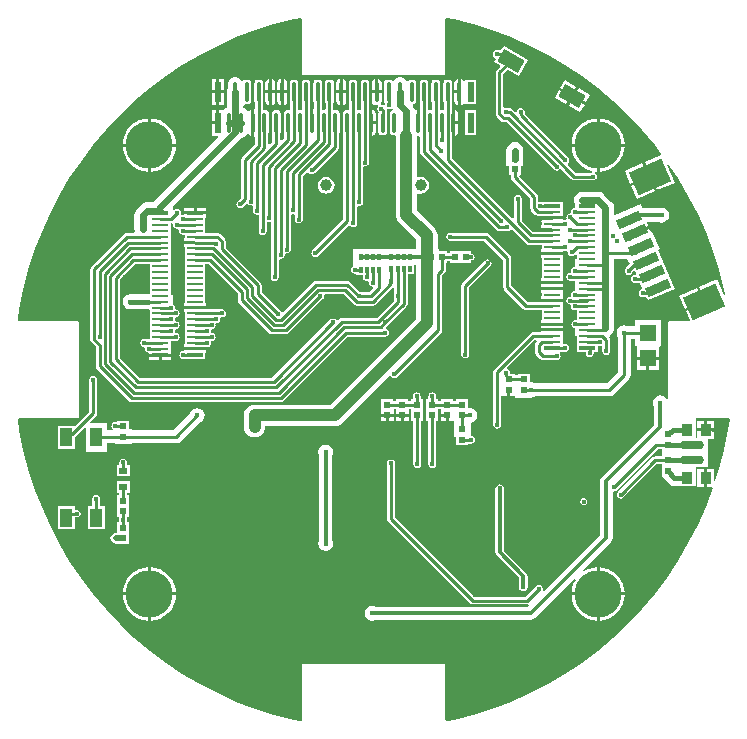
<source format=gtl>
%FSLAX44Y44*%
%MOMM*%
G71*
G01*
G75*
G04 Layer_Physical_Order=1*
G04 Layer_Color=255*
%ADD10R,0.8890X1.0160*%
%ADD11R,0.6000X0.5000*%
%ADD12R,1.3970X1.3970*%
%ADD13R,0.4064X0.5500*%
%ADD14R,0.3048X0.5500*%
G04:AMPARAMS|DCode=15|XSize=0.32mm|YSize=1.7mm|CornerRadius=0.08mm|HoleSize=0mm|Usage=FLASHONLY|Rotation=0.000|XOffset=0mm|YOffset=0mm|HoleType=Round|Shape=RoundedRectangle|*
%AMROUNDEDRECTD15*
21,1,0.3200,1.5400,0,0,0.0*
21,1,0.1600,1.7000,0,0,0.0*
1,1,0.1600,0.0800,-0.7700*
1,1,0.1600,-0.0800,-0.7700*
1,1,0.1600,-0.0800,0.7700*
1,1,0.1600,0.0800,0.7700*
%
%ADD15ROUNDEDRECTD15*%
%ADD16R,0.5000X1.7000*%
%ADD17R,0.5000X0.6000*%
%ADD18R,1.3500X0.3000*%
%ADD19R,1.3500X0.2500*%
G04:AMPARAMS|DCode=20|XSize=2mm|YSize=1.2mm|CornerRadius=0mm|HoleSize=0mm|Usage=FLASHONLY|Rotation=150.000|XOffset=0mm|YOffset=0mm|HoleType=Round|Shape=Rectangle|*
%AMROTATEDRECTD20*
4,1,4,1.1660,0.0196,0.5660,-1.0196,-1.1660,-0.0196,-0.5660,1.0196,1.1660,0.0196,0.0*
%
%ADD20ROTATEDRECTD20*%

G04:AMPARAMS|DCode=21|XSize=2.1mm|YSize=0.8mm|CornerRadius=0mm|HoleSize=0mm|Usage=FLASHONLY|Rotation=203.500|XOffset=0mm|YOffset=0mm|HoleType=Round|Shape=Rectangle|*
%AMROTATEDRECTD21*
4,1,4,0.8034,0.7855,1.1224,0.0519,-0.8034,-0.7855,-1.1224,-0.0519,0.8034,0.7855,0.0*
%
%ADD21ROTATEDRECTD21*%

G04:AMPARAMS|DCode=22|XSize=3mm|YSize=2.1mm|CornerRadius=0mm|HoleSize=0mm|Usage=FLASHONLY|Rotation=203.500|XOffset=0mm|YOffset=0mm|HoleType=Round|Shape=Rectangle|*
%AMROTATEDRECTD22*
4,1,4,0.9569,1.5610,1.7943,-0.3648,-0.9569,-1.5610,-1.7943,0.3648,0.9569,1.5610,0.0*
%
%ADD22ROTATEDRECTD22*%

%ADD23R,1.0000X1.6000*%
%ADD24R,0.7000X0.6000*%
%ADD25C,0.2540*%
%ADD26C,0.3000*%
%ADD27C,0.6000*%
%ADD28C,1.0000*%
%ADD29C,0.5000*%
%ADD30C,0.4000*%
%ADD31C,1.0000*%
%ADD32O,2.0000X0.7500*%
G04:AMPARAMS|DCode=33|XSize=4mm|YSize=4mm|CornerRadius=2mm|HoleSize=0mm|Usage=FLASHONLY|Rotation=0.000|XOffset=0mm|YOffset=0mm|HoleType=Round|Shape=RoundedRectangle|*
%AMROUNDEDRECTD33*
21,1,4.0000,0.0000,0,0,0.0*
21,1,0.0000,4.0000,0,0,0.0*
1,1,4.0000,0.0000,0.0000*
1,1,4.0000,0.0000,0.0000*
1,1,4.0000,0.0000,0.0000*
1,1,4.0000,0.0000,0.0000*
%
%ADD33ROUNDEDRECTD33*%
%ADD34C,0.4500*%
G36*
X-60698Y297114D02*
Y250000D01*
X-60494Y249506D01*
X-60000Y249302D01*
X60000D01*
X60494Y249506D01*
X60698Y250000D01*
Y297114D01*
X61680Y297919D01*
X67724Y296717D01*
X84254Y292453D01*
X100520Y287269D01*
X116469Y281181D01*
X132051Y274208D01*
X147219Y266372D01*
X161923Y257699D01*
X176117Y248214D01*
X189758Y237949D01*
X202801Y226935D01*
X215206Y215206D01*
X226935Y202801D01*
X237949Y189758D01*
X243280Y182674D01*
X242956Y181446D01*
X229742Y175700D01*
X234941Y163741D01*
X240141Y151783D01*
X255061Y158271D01*
X248436Y173508D01*
X249551Y174117D01*
X257699Y161923D01*
X266372Y147219D01*
X274208Y132051D01*
X281181Y116469D01*
X287269Y100520D01*
X292453Y84254D01*
X296717Y67724D01*
X297482Y63876D01*
X296270Y63497D01*
X290678Y76359D01*
X275757Y69871D01*
X280957Y57913D01*
X279792Y57406D01*
X280299Y56242D01*
X264214Y49247D01*
X267469Y41760D01*
X266773Y40698D01*
X250000D01*
X249506Y40494D01*
X249302Y40000D01*
Y-24990D01*
X248086Y-25359D01*
X247076Y-23846D01*
X245009Y-22465D01*
X242570Y-21980D01*
X240131Y-22465D01*
X238064Y-23846D01*
X236683Y-25914D01*
X236198Y-28352D01*
X236683Y-30791D01*
X236962Y-31210D01*
Y-46627D01*
X192885Y-90705D01*
X191669Y-92524D01*
X191242Y-94670D01*
Y-139940D01*
X143903Y-187279D01*
X142783Y-186680D01*
X143034Y-185420D01*
X142780Y-184144D01*
X142058Y-183062D01*
X140976Y-182340D01*
X139700Y-182086D01*
X138424Y-182340D01*
X137342Y-183062D01*
X128159Y-192246D01*
X85201D01*
X17884Y-124929D01*
Y-79262D01*
X17630Y-77986D01*
X16908Y-76904D01*
X15826Y-76181D01*
X14550Y-75928D01*
X13274Y-76181D01*
X12192Y-76904D01*
X11470Y-77986D01*
X11216Y-79262D01*
Y-126310D01*
X11470Y-127586D01*
X12192Y-128667D01*
X81462Y-197938D01*
X82544Y-198660D01*
X83820Y-198914D01*
X129540D01*
X130800Y-198663D01*
X131399Y-199783D01*
X130540Y-200642D01*
X1587D01*
X1169Y-200363D01*
X-1270Y-199878D01*
X-3709Y-200363D01*
X-5776Y-201744D01*
X-7157Y-203811D01*
X-7642Y-206250D01*
X-7157Y-208689D01*
X-5776Y-210756D01*
X-3709Y-212137D01*
X-1270Y-212622D01*
X1169Y-212137D01*
X1587Y-211858D01*
X132863D01*
X135009Y-211431D01*
X136828Y-210215D01*
X136828Y-210215D01*
X136828Y-210215D01*
X169878Y-177166D01*
X170898Y-177922D01*
X169075Y-181333D01*
X167786Y-185581D01*
X167476Y-188730D01*
X188730D01*
Y-167476D01*
X185581Y-167786D01*
X181333Y-169075D01*
X177922Y-170898D01*
X177166Y-169878D01*
X200815Y-146228D01*
X200815Y-146228D01*
X200815Y-146228D01*
X202031Y-144409D01*
X202458Y-142263D01*
Y-103581D01*
X203440Y-102776D01*
X203529Y-102793D01*
X204805Y-102540D01*
X205886Y-101817D01*
X240367Y-67337D01*
X243840D01*
Y-73446D01*
X238180D01*
X236904Y-73700D01*
X235823Y-74422D01*
X206614Y-103631D01*
X205891Y-104713D01*
X205637Y-105989D01*
X205891Y-107264D01*
X206614Y-108346D01*
X207696Y-109069D01*
X208971Y-109323D01*
X210247Y-109069D01*
X211329Y-108346D01*
X239561Y-80114D01*
X243840D01*
Y-90563D01*
X251797Y-98520D01*
X272521D01*
Y-82367D01*
X283210D01*
Y-58420D01*
X288036D01*
Y-52070D01*
X274066D01*
Y-57754D01*
X272521D01*
Y-40698D01*
X300531D01*
X301364Y-41657D01*
X300048Y-50980D01*
X296717Y-67724D01*
X292453Y-84254D01*
X289291Y-94175D01*
X288036Y-93980D01*
Y-83820D01*
X282321D01*
Y-91440D01*
Y-99060D01*
X286658D01*
X287407Y-100085D01*
X287269Y-100520D01*
X281181Y-116469D01*
X274208Y-132051D01*
X266372Y-147219D01*
X257699Y-161923D01*
X248214Y-176117D01*
X237949Y-189758D01*
X226935Y-202801D01*
X215206Y-215206D01*
X202801Y-226935D01*
X189758Y-237949D01*
X176117Y-248214D01*
X161923Y-257699D01*
X147219Y-266372D01*
X132051Y-274208D01*
X116469Y-281181D01*
X100520Y-287269D01*
X84254Y-292453D01*
X67724Y-296717D01*
X61680Y-297919D01*
X60698Y-297114D01*
Y-250000D01*
X60494Y-249506D01*
X60000Y-249302D01*
X-60000D01*
X-60494Y-249506D01*
X-60698Y-250000D01*
Y-297114D01*
X-61680Y-297919D01*
X-67724Y-296717D01*
X-84254Y-292453D01*
X-100520Y-287269D01*
X-116469Y-281181D01*
X-132051Y-274208D01*
X-147219Y-266372D01*
X-161923Y-257699D01*
X-176117Y-248214D01*
X-189758Y-237949D01*
X-202801Y-226935D01*
X-215206Y-215206D01*
X-226935Y-202801D01*
X-237949Y-189758D01*
X-248214Y-176117D01*
X-257699Y-161923D01*
X-266372Y-147219D01*
X-274208Y-132051D01*
X-281181Y-116469D01*
X-287269Y-100520D01*
X-292453Y-84254D01*
X-296717Y-67724D01*
X-300048Y-50980D01*
X-301364Y-41657D01*
X-300531Y-40698D01*
X-250000D01*
X-249506Y-40494D01*
X-249302Y-40000D01*
Y40000D01*
X-249506Y40494D01*
X-250000Y40698D01*
X-300531D01*
X-301364Y41657D01*
X-300048Y50980D01*
X-296717Y67724D01*
X-292453Y84254D01*
X-287269Y100520D01*
X-281181Y116469D01*
X-274208Y132051D01*
X-266372Y147219D01*
X-257699Y161923D01*
X-248214Y176117D01*
X-237949Y189758D01*
X-226935Y202801D01*
X-215206Y215206D01*
X-202801Y226935D01*
X-189758Y237949D01*
X-176117Y248214D01*
X-161923Y257699D01*
X-147219Y266372D01*
X-132051Y274208D01*
X-116469Y281181D01*
X-100520Y287269D01*
X-84254Y292453D01*
X-67724Y296717D01*
X-61680Y297919D01*
X-60698Y297114D01*
D02*
G37*
%LPC*%
G36*
X160540Y37230D02*
X141960D01*
Y34770D01*
X160540D01*
Y37230D01*
D02*
G37*
G36*
X96425Y93207D02*
X95149Y92953D01*
X94067Y92230D01*
X75113Y73275D01*
X74390Y72194D01*
X74136Y70918D01*
Y12700D01*
X74390Y11424D01*
X75113Y10343D01*
X76194Y9620D01*
X77470Y9366D01*
X78746Y9620D01*
X79827Y10343D01*
X80550Y11424D01*
X80804Y12700D01*
Y69537D01*
X98782Y87515D01*
X99505Y88596D01*
X99759Y89872D01*
X99505Y91148D01*
X98782Y92230D01*
X97700Y92953D01*
X96425Y93207D01*
D02*
G37*
G36*
X242992Y42100D02*
X221022D01*
Y36488D01*
X215298D01*
X214529Y37002D01*
X212090Y37487D01*
X209651Y37002D01*
X207584Y35621D01*
X206203Y33554D01*
X205718Y31115D01*
X206203Y28676D01*
X206717Y27907D01*
Y-2274D01*
X197164Y-11827D01*
X136558D01*
X135789Y-11313D01*
X134000Y-10957D01*
Y-10700D01*
X132000D01*
Y-3700D01*
X122000D01*
Y-4866D01*
X119300D01*
Y-3700D01*
X115194D01*
Y-2540D01*
X114940Y-1264D01*
X114218Y-182D01*
X113195Y501D01*
X113071Y1764D01*
X136473Y25166D01*
X137781D01*
X138268Y23993D01*
X137632Y23357D01*
X136909Y22275D01*
X136656Y21000D01*
Y14950D01*
X136909Y13675D01*
X137632Y12593D01*
X137632Y12593D01*
X137632Y12593D01*
X141152Y9072D01*
X142234Y8350D01*
X143510Y8096D01*
X154940D01*
X156216Y8350D01*
X157297Y9072D01*
X158020Y10154D01*
X158274Y11430D01*
X158020Y12706D01*
X157403Y13630D01*
X158001Y14750D01*
X160000D01*
Y14916D01*
X161910D01*
X163186Y15170D01*
X164268Y15892D01*
X164990Y16974D01*
X165244Y18250D01*
X164990Y19526D01*
X164268Y20608D01*
X163186Y21330D01*
X161910Y21584D01*
X160000D01*
Y21750D01*
Y25250D01*
Y29710D01*
X160540D01*
Y32230D01*
X141960D01*
Y31834D01*
X135091D01*
X133816Y31580D01*
X132734Y30858D01*
X102256Y380D01*
X101534Y-702D01*
X101280Y-1978D01*
Y-46610D01*
X101534Y-47885D01*
X102256Y-48967D01*
X103338Y-49690D01*
X104614Y-49944D01*
X105890Y-49690D01*
X106972Y-48967D01*
X107694Y-47885D01*
X107948Y-46610D01*
Y-22240D01*
X108760D01*
Y-22240D01*
X113030D01*
Y-17200D01*
X115570D01*
Y-22240D01*
X119840D01*
D01*
X119840D01*
X120000Y-22400D01*
Y-23700D01*
X134000D01*
Y-23443D01*
X135789Y-23087D01*
X136558Y-22573D01*
X199390D01*
X201446Y-22164D01*
X203190Y-20999D01*
X203190Y-21000D01*
X203190Y-20999D01*
X215889Y-8299D01*
X217054Y-6556D01*
X217463Y-4500D01*
Y25742D01*
X221022D01*
Y20130D01*
X222482D01*
Y19050D01*
X222482D01*
Y10795D01*
X241532D01*
Y19050D01*
X241532D01*
Y19232D01*
X242430Y20130D01*
X242992D01*
Y42100D01*
D02*
G37*
G36*
X94980Y115834D02*
X64770D01*
X63494Y115580D01*
X62413Y114858D01*
X61690Y113776D01*
X61436Y112500D01*
X61690Y111224D01*
X62413Y110142D01*
X63494Y109420D01*
X64770Y109166D01*
X93599D01*
X109696Y93069D01*
Y69599D01*
X109950Y68323D01*
X110673Y67242D01*
X126772Y51143D01*
X127853Y50420D01*
X129129Y50166D01*
X142500D01*
Y45250D01*
Y42290D01*
X141960D01*
Y39770D01*
X160540D01*
Y42290D01*
X160000D01*
Y45250D01*
Y50250D01*
Y54710D01*
X160540D01*
Y57230D01*
X141960D01*
Y56834D01*
X130510D01*
X116364Y70980D01*
Y94450D01*
X116110Y95726D01*
X115388Y96807D01*
X97338Y114858D01*
X96256Y115580D01*
X94980Y115834D01*
D02*
G37*
G36*
X241532Y8255D02*
X233277D01*
Y0D01*
X241532D01*
Y8255D01*
D02*
G37*
G36*
X29670Y-40060D02*
X25400D01*
Y-43830D01*
X29670D01*
Y-40060D01*
D02*
G37*
G36*
X22860D02*
X18590D01*
Y-43830D01*
X22860D01*
Y-40060D01*
D02*
G37*
G36*
X60960D02*
X56690D01*
Y-43830D01*
X60960D01*
Y-40060D01*
D02*
G37*
G36*
X230737Y8255D02*
X222482D01*
Y0D01*
X230737D01*
Y8255D01*
D02*
G37*
G36*
X36490Y-19267D02*
X35214Y-19520D01*
X34132Y-20243D01*
X33409Y-21325D01*
X33156Y-22601D01*
Y-25290D01*
X31830D01*
Y-26456D01*
X29130D01*
Y-25290D01*
X19130D01*
Y-26456D01*
X16430D01*
Y-25290D01*
X6430D01*
Y-33750D01*
X5890D01*
Y-37520D01*
X16970D01*
Y-33750D01*
D01*
Y-33750D01*
X17596Y-33124D01*
X18590D01*
Y-33750D01*
X18590D01*
Y-37520D01*
X29670D01*
Y-33750D01*
D01*
Y-33750D01*
X30296Y-33124D01*
X31830D01*
Y-34290D01*
Y-43290D01*
X33496D01*
Y-80010D01*
X33750Y-81286D01*
X34472Y-82367D01*
X35554Y-83090D01*
X36830Y-83344D01*
X38106Y-83090D01*
X39188Y-82367D01*
X39910Y-81286D01*
X40164Y-80010D01*
Y-43290D01*
X41830D01*
Y-34290D01*
Y-25290D01*
X39824D01*
Y-22601D01*
X39570Y-21325D01*
X38847Y-20243D01*
X37765Y-19520D01*
X36490Y-19267D01*
D02*
G37*
G36*
X-141960Y136790D02*
X-149980D01*
Y134020D01*
X-141960D01*
Y136790D01*
D02*
G37*
G36*
X-152520D02*
X-160540D01*
Y134020D01*
X-152520D01*
Y136790D01*
D02*
G37*
G36*
X233118Y161564D02*
X218198Y155076D01*
X222891Y144283D01*
X237812Y150770D01*
X233118Y161564D01*
D02*
G37*
G36*
X227412Y174687D02*
X212492Y168199D01*
X217185Y157406D01*
X232106Y163893D01*
X227412Y174687D01*
D02*
G37*
G36*
X-40233Y162950D02*
X-42061Y162710D01*
X-43763Y162004D01*
X-45226Y160882D01*
X-46348Y159420D01*
X-47053Y157717D01*
X-47294Y155890D01*
X-47053Y154063D01*
X-46348Y152360D01*
X-45226Y150898D01*
X-43763Y149775D01*
X-42061Y149070D01*
X-40233Y148829D01*
X-38406Y149070D01*
X-36703Y149775D01*
X-35241Y150898D01*
X-34119Y152360D01*
X-33414Y154063D01*
X-33173Y155890D01*
X-33414Y157717D01*
X-34119Y159420D01*
X-35241Y160882D01*
X-36703Y162004D01*
X-38406Y162710D01*
X-40233Y162950D01*
D02*
G37*
G36*
X160540Y67230D02*
X141960D01*
Y64710D01*
X142500D01*
Y62290D01*
X141960D01*
Y59770D01*
X160540D01*
Y62290D01*
X160000D01*
Y64710D01*
X160540D01*
Y67230D01*
D02*
G37*
G36*
X273428Y68858D02*
X258507Y62371D01*
X263201Y51577D01*
X278121Y58064D01*
X273428Y68858D01*
D02*
G37*
G36*
X160540Y72230D02*
X141960D01*
Y69770D01*
X160540D01*
Y72230D01*
D02*
G37*
G36*
X119380Y192480D02*
X117553Y192240D01*
X115850Y191535D01*
X114388Y190412D01*
X113265Y188950D01*
X112560Y187247D01*
X112320Y185420D01*
Y178490D01*
X112380Y178031D01*
Y171990D01*
X114380D01*
Y164990D01*
X116046D01*
Y162878D01*
X116300Y161602D01*
X117022Y160520D01*
X117022Y160520D01*
X117022Y160520D01*
X132556Y144986D01*
Y136770D01*
X132810Y135494D01*
X133532Y134412D01*
X136802Y131143D01*
D01*
X136802D01*
Y131143D01*
D01*
X136802D01*
Y131142D01*
X136802D01*
X136802Y131142D01*
Y131142D01*
X136802Y131142D01*
Y131142D01*
X137884Y130420D01*
X139159Y130166D01*
X141960D01*
Y129770D01*
X160540D01*
Y132290D01*
X160000D01*
Y135250D01*
Y142250D01*
X142500D01*
Y142084D01*
X140650D01*
X140206Y141996D01*
X139224Y142801D01*
Y146368D01*
X138970Y147643D01*
X138247Y148725D01*
X123156Y163817D01*
X123642Y164990D01*
X124380D01*
Y171990D01*
X126380D01*
Y178031D01*
X126440Y178490D01*
Y185420D01*
X126200Y187247D01*
X125494Y188950D01*
X124372Y190412D01*
X122910Y191535D01*
X121207Y192240D01*
X119380Y192480D01*
D02*
G37*
G36*
X160540Y97230D02*
X141960D01*
Y94710D01*
X142500D01*
Y90250D01*
Y85250D01*
Y80250D01*
Y77290D01*
X141960D01*
Y74770D01*
X160540D01*
Y77290D01*
X160000D01*
Y80250D01*
Y85250D01*
Y90250D01*
Y94710D01*
X160540D01*
Y97230D01*
D02*
G37*
G36*
X191270Y-167476D02*
Y-188730D01*
X212524D01*
X212214Y-185581D01*
X210925Y-181333D01*
X208832Y-177417D01*
X206015Y-173985D01*
X202583Y-171168D01*
X198667Y-169075D01*
X194419Y-167786D01*
X191270Y-167476D01*
D02*
G37*
G36*
X-188730D02*
Y-188730D01*
X-167476D01*
X-167786Y-185581D01*
X-169075Y-181333D01*
X-171168Y-177417D01*
X-173985Y-173985D01*
X-177417Y-171168D01*
X-181333Y-169075D01*
X-185581Y-167786D01*
X-188730Y-167476D01*
D02*
G37*
G36*
X106629Y-97155D02*
X105264Y-97427D01*
X104106Y-98201D01*
X103332Y-99358D01*
X103061Y-100724D01*
Y-154889D01*
X103332Y-156255D01*
X104106Y-157413D01*
X123113Y-176419D01*
Y-184150D01*
X123384Y-185516D01*
X124158Y-186673D01*
X125316Y-187447D01*
X126681Y-187719D01*
X128047Y-187447D01*
X129205Y-186673D01*
X129978Y-185516D01*
X130250Y-184150D01*
Y-174941D01*
X129978Y-173575D01*
X129205Y-172418D01*
X110198Y-153411D01*
Y-100724D01*
X109926Y-99358D01*
X109153Y-98201D01*
X107995Y-97427D01*
X106629Y-97155D01*
D02*
G37*
G36*
X-206590Y-94721D02*
X-217590D01*
Y-104721D01*
X-215424D01*
Y-106570D01*
X-217090D01*
Y-115570D01*
Y-124570D01*
X-215475D01*
Y-127000D01*
Y-129430D01*
X-217090D01*
Y-138342D01*
X-218360D01*
X-220116Y-138691D01*
X-221604Y-139686D01*
X-222599Y-141174D01*
X-222948Y-142930D01*
X-222599Y-144686D01*
X-221604Y-146174D01*
X-220116Y-147169D01*
X-218360Y-147518D01*
X-212090D01*
X-211647Y-147430D01*
X-207090D01*
Y-138430D01*
Y-129430D01*
X-208807D01*
Y-127000D01*
Y-124570D01*
X-207090D01*
Y-115570D01*
Y-106570D01*
X-208756D01*
Y-104721D01*
X-206590D01*
Y-94721D01*
D02*
G37*
G36*
X-40640Y-63478D02*
X-43079Y-63963D01*
X-45146Y-65344D01*
X-46527Y-67411D01*
X-47012Y-69850D01*
X-46527Y-72289D01*
X-46248Y-72707D01*
Y-144463D01*
X-46527Y-144881D01*
X-47012Y-147320D01*
X-46527Y-149759D01*
X-45146Y-151826D01*
X-43079Y-153207D01*
X-40640Y-153692D01*
X-38201Y-153207D01*
X-36134Y-151826D01*
X-34753Y-149759D01*
X-34268Y-147320D01*
X-34753Y-144881D01*
X-35032Y-144463D01*
Y-72707D01*
X-34753Y-72289D01*
X-34268Y-69850D01*
X-34753Y-67411D01*
X-36134Y-65344D01*
X-38201Y-63963D01*
X-40640Y-63478D01*
D02*
G37*
G36*
X-167476Y-191270D02*
X-188730D01*
Y-212524D01*
X-185581Y-212214D01*
X-181333Y-210925D01*
X-177417Y-208832D01*
X-173985Y-206015D01*
X-171168Y-202583D01*
X-169075Y-198667D01*
X-167786Y-194419D01*
X-167476Y-191270D01*
D02*
G37*
G36*
X-191270D02*
X-212524D01*
X-212214Y-194419D01*
X-210925Y-198667D01*
X-208832Y-202583D01*
X-206015Y-206015D01*
X-202583Y-208832D01*
X-198667Y-210925D01*
X-194419Y-212214D01*
X-191270Y-212524D01*
Y-191270D01*
D02*
G37*
G36*
X188730D02*
X167476D01*
X167786Y-194419D01*
X169075Y-198667D01*
X171168Y-202583D01*
X173985Y-206015D01*
X177417Y-208832D01*
X181333Y-210925D01*
X185581Y-212214D01*
X188730Y-212524D01*
Y-191270D01*
D02*
G37*
G36*
X-191270Y-167476D02*
X-194419Y-167786D01*
X-198667Y-169075D01*
X-202583Y-171168D01*
X-206015Y-173985D01*
X-208832Y-177417D01*
X-210925Y-181333D01*
X-212214Y-185581D01*
X-212524Y-188730D01*
X-191270D01*
Y-167476D01*
D02*
G37*
G36*
X212524Y-191270D02*
X191270D01*
Y-212524D01*
X194419Y-212214D01*
X198667Y-210925D01*
X202583Y-208832D01*
X206015Y-206015D01*
X208832Y-202583D01*
X210925Y-198667D01*
X212214Y-194419D01*
X212524Y-191270D01*
D02*
G37*
G36*
X-253350Y-115440D02*
X-267350D01*
Y-135440D01*
X-253350D01*
Y-125254D01*
X-251591D01*
X-250315Y-125000D01*
X-249233Y-124277D01*
X-248511Y-123196D01*
X-248257Y-121920D01*
X-248511Y-120644D01*
X-249233Y-119563D01*
X-250315Y-118840D01*
X-251591Y-118586D01*
X-253350D01*
Y-115440D01*
D02*
G37*
G36*
X288036Y-43180D02*
X282321D01*
Y-49530D01*
X288036D01*
Y-43180D01*
D02*
G37*
G36*
X279781D02*
X274066D01*
Y-49530D01*
X279781D01*
Y-43180D01*
D02*
G37*
G36*
X-237490Y-5373D02*
X-238766Y-5627D01*
X-239848Y-6350D01*
X-240570Y-7432D01*
X-240824Y-8708D01*
Y-35651D01*
X-252829Y-47656D01*
X-253350Y-47440D01*
Y-47440D01*
X-253350Y-47440D01*
X-267350D01*
Y-67440D01*
X-253350D01*
Y-57395D01*
X-252711Y-56968D01*
X-252711Y-56968D01*
X-252711Y-56968D01*
X-245123Y-49380D01*
X-243950Y-49866D01*
Y-69440D01*
X-225950D01*
Y-62233D01*
X-219090D01*
Y-63360D01*
X-205090D01*
Y-62233D01*
X-167350D01*
X-165294Y-61824D01*
X-163550Y-60659D01*
X-163550Y-60659D01*
X-163550Y-60659D01*
X-147878Y-44987D01*
X-146970Y-44806D01*
X-144903Y-43425D01*
X-143522Y-41358D01*
X-143036Y-38919D01*
X-143522Y-36480D01*
X-144903Y-34413D01*
X-146970Y-33032D01*
X-149409Y-32547D01*
X-151848Y-33032D01*
X-153915Y-34413D01*
X-155296Y-36480D01*
X-155477Y-37388D01*
X-169576Y-51487D01*
X-205090D01*
Y-50360D01*
X-207090D01*
Y-43360D01*
X-217090D01*
Y-44526D01*
X-218840D01*
X-220116Y-44780D01*
X-221197Y-45503D01*
X-221920Y-46584D01*
X-222174Y-47860D01*
X-221920Y-49136D01*
X-221197Y-50217D01*
X-221117Y-50271D01*
X-221486Y-51487D01*
X-225950D01*
Y-45440D01*
X-239524D01*
X-240010Y-44267D01*
X-235133Y-39389D01*
X-235132Y-39389D01*
X-235133Y-39389D01*
X-234410Y-38308D01*
X-234156Y-37032D01*
Y-8708D01*
X-234410Y-7432D01*
X-235133Y-6350D01*
X-236214Y-5627D01*
X-237490Y-5373D01*
D02*
G37*
G36*
X16970Y-40060D02*
X12700D01*
Y-43830D01*
X16970D01*
Y-40060D01*
D02*
G37*
G36*
X10160D02*
X5890D01*
Y-43830D01*
X10160D01*
Y-40060D01*
D02*
G37*
G36*
X177870Y-108854D02*
X176758Y-109075D01*
X175815Y-109705D01*
X175185Y-110648D01*
X174964Y-111760D01*
X175185Y-112872D01*
X175815Y-113815D01*
X176758Y-114445D01*
X177870Y-114666D01*
X178982Y-114445D01*
X179925Y-113815D01*
X180555Y-112872D01*
X180776Y-111760D01*
X180555Y-110648D01*
X179925Y-109705D01*
X178982Y-109075D01*
X177870Y-108854D01*
D02*
G37*
G36*
X-234950Y-106275D02*
X-236226Y-106529D01*
X-237308Y-107252D01*
X-238030Y-108333D01*
X-238284Y-109609D01*
Y-115440D01*
X-241950D01*
Y-135440D01*
X-227950D01*
Y-115440D01*
X-231616D01*
Y-109609D01*
X-231870Y-108333D01*
X-232593Y-107252D01*
X-233674Y-106529D01*
X-234950Y-106275D01*
D02*
G37*
G36*
X279781Y-83820D02*
X274066D01*
Y-99060D01*
X279781D01*
Y-91440D01*
Y-83820D01*
D02*
G37*
G36*
X49530Y-19267D02*
X48254Y-19520D01*
X47172Y-20243D01*
X46450Y-21325D01*
X46196Y-22601D01*
Y-25290D01*
X44530D01*
Y-34290D01*
Y-43290D01*
X46196D01*
Y-80010D01*
X46450Y-81286D01*
X47172Y-82367D01*
X48254Y-83090D01*
X49530Y-83344D01*
X50806Y-83090D01*
X51887Y-82367D01*
X52610Y-81286D01*
X52864Y-80010D01*
Y-43290D01*
X54530D01*
Y-34290D01*
Y-33124D01*
X56690D01*
Y-33750D01*
X56690D01*
Y-37520D01*
X62230D01*
Y-38790D01*
X63500D01*
Y-43830D01*
X67770D01*
D01*
X67770D01*
X67930Y-43990D01*
Y-45290D01*
Y-57003D01*
X69930D01*
Y-64003D01*
X79930D01*
Y-62837D01*
X82363D01*
X83638Y-62583D01*
X84720Y-61860D01*
X85443Y-60778D01*
X85697Y-59503D01*
X85443Y-58227D01*
X84720Y-57145D01*
X83638Y-56422D01*
X82363Y-56168D01*
X81930D01*
Y-45290D01*
Y-45162D01*
X83719Y-44806D01*
X85786Y-43425D01*
X87167Y-41358D01*
X87652Y-38919D01*
X87167Y-36480D01*
X85786Y-34413D01*
X83719Y-33032D01*
X81930Y-32676D01*
Y-32290D01*
X79930D01*
Y-25290D01*
X69930D01*
Y-26456D01*
X67230D01*
Y-25290D01*
X57230D01*
Y-26456D01*
X54530D01*
Y-25290D01*
X52864D01*
Y-22601D01*
X52610Y-21325D01*
X51887Y-20243D01*
X50806Y-19520D01*
X49530Y-19267D01*
D02*
G37*
G36*
X-212141Y-75355D02*
X-213417Y-75609D01*
X-214498Y-76332D01*
X-215221Y-77413D01*
X-215475Y-78689D01*
X-215424Y-78945D01*
Y-80521D01*
X-217590D01*
Y-90521D01*
X-206590D01*
Y-80521D01*
X-208756D01*
Y-78740D01*
X-209010Y-77464D01*
X-209732Y-76382D01*
X-209783Y-76332D01*
X-210865Y-75609D01*
X-212141Y-75355D01*
D02*
G37*
G36*
X156726Y236550D02*
X153091Y230254D01*
X162851Y224619D01*
X166486Y230915D01*
X156726Y236550D01*
D02*
G37*
G36*
X73770Y246012D02*
Y235000D01*
Y223988D01*
X74603Y224154D01*
X75708Y224892D01*
X76285Y225755D01*
X77500Y225386D01*
Y224500D01*
X86500D01*
Y245500D01*
X77500D01*
Y244614D01*
X76285Y244245D01*
X75708Y245108D01*
X74603Y245846D01*
X73770Y246012D01*
D02*
G37*
G36*
X173591Y238141D02*
X169956Y231845D01*
X179716Y226210D01*
X183351Y232506D01*
X173591Y238141D01*
D02*
G37*
G36*
X-133270Y246040D02*
X-137040D01*
Y236270D01*
X-133270D01*
Y246040D01*
D02*
G37*
G36*
X161631Y245046D02*
X157996Y238750D01*
X167756Y233115D01*
X171391Y239411D01*
X161631Y245046D01*
D02*
G37*
G36*
X71230Y233730D02*
X68295D01*
Y227300D01*
X68554Y225997D01*
X69292Y224892D01*
X70397Y224154D01*
X71230Y223988D01*
Y233730D01*
D02*
G37*
G36*
X-78770D02*
X-81705D01*
Y227300D01*
X-81446Y225997D01*
X-80708Y224892D01*
X-79603Y224154D01*
X-78770Y223988D01*
Y233730D01*
D02*
G37*
G36*
X-83294D02*
X-86230D01*
Y223988D01*
X-85397Y224154D01*
X-84292Y224892D01*
X-83554Y225997D01*
X-83294Y227300D01*
Y233730D01*
D02*
G37*
G36*
X-73295D02*
X-76230D01*
Y223988D01*
X-75397Y224154D01*
X-74292Y224892D01*
X-73554Y225997D01*
X-73295Y227300D01*
Y233730D01*
D02*
G37*
G36*
X-23294D02*
X-26230D01*
Y223988D01*
X-25397Y224154D01*
X-24292Y224892D01*
X-23554Y225997D01*
X-23294Y227300D01*
Y233730D01*
D02*
G37*
G36*
X-28770D02*
X-31705D01*
Y227300D01*
X-31446Y225997D01*
X-30708Y224892D01*
X-29603Y224154D01*
X-28770Y223988D01*
Y233730D01*
D02*
G37*
G36*
X-126960Y246040D02*
X-130730D01*
Y236270D01*
X-126960D01*
Y246040D01*
D02*
G37*
G36*
X3770Y246012D02*
Y236270D01*
X6705D01*
Y242700D01*
X6446Y244003D01*
X5708Y245108D01*
X4603Y245846D01*
X3770Y246012D01*
D02*
G37*
G36*
X1230D02*
X397Y245846D01*
X-708Y245108D01*
X-1446Y244003D01*
X-1705Y242700D01*
Y236270D01*
X1230D01*
Y246012D01*
D02*
G37*
G36*
X71230D02*
X70397Y245846D01*
X69292Y245108D01*
X68554Y244003D01*
X68295Y242700D01*
Y236270D01*
X71230D01*
Y246012D01*
D02*
G37*
G36*
X109867Y274308D02*
X107600Y270382D01*
X104140D01*
X102864Y270128D01*
X101783Y269406D01*
X101060Y268324D01*
X100806Y267048D01*
X101060Y265772D01*
X101783Y264691D01*
X102864Y263968D01*
X103318Y262966D01*
X101867Y260452D01*
X106510Y257771D01*
X106676Y256512D01*
X104107Y253942D01*
X103384Y252861D01*
X103130Y251585D01*
Y216354D01*
X103384Y215078D01*
X104107Y213996D01*
X104107Y213996D01*
X104107Y213996D01*
X107622Y210481D01*
X108704Y209758D01*
X109979Y209505D01*
X112533D01*
X152605Y169432D01*
X153687Y168709D01*
X154963Y168456D01*
X156239Y168709D01*
X157321Y169432D01*
X157448Y169622D01*
X158712Y169747D01*
X167419Y161039D01*
X167419Y161039D01*
X167419D01*
X167419Y161039D01*
X167419D01*
X167420Y161039D01*
Y161039D01*
Y161039D01*
D01*
D01*
X167420D01*
Y161039D01*
X168501Y160316D01*
X169777Y160062D01*
X185522D01*
X186797Y160316D01*
X187879Y161039D01*
X188602Y162120D01*
X188856Y163396D01*
X188602Y164672D01*
X187879Y165754D01*
X186882Y166420D01*
X187309Y167616D01*
X188730Y167476D01*
Y188730D01*
X167476D01*
X167786Y185581D01*
X169075Y181333D01*
X171168Y177417D01*
X173985Y173985D01*
X177417Y171168D01*
X181333Y169075D01*
X184921Y167987D01*
X184735Y166730D01*
X171158D01*
X164377Y173512D01*
X164501Y174776D01*
X164691Y174902D01*
X165414Y175984D01*
X165668Y177260D01*
X165414Y178536D01*
X164691Y179618D01*
X127694Y216615D01*
Y218225D01*
X127440Y219500D01*
X126718Y220582D01*
X125636Y221305D01*
X124360Y221559D01*
X123084Y221305D01*
X122002Y220582D01*
X121280Y219500D01*
X121063Y218409D01*
X119847Y218041D01*
X117306Y220582D01*
X116225Y221305D01*
X114949Y221559D01*
X111860D01*
X110780Y221344D01*
X109798Y222149D01*
Y250204D01*
X113392Y253798D01*
X122652Y248452D01*
X130652Y262308D01*
X109867Y274308D01*
D02*
G37*
G36*
X23300Y247594D02*
X21700D01*
X19827Y247222D01*
X18239Y246161D01*
X17179Y244573D01*
X17098Y244168D01*
X15852Y243920D01*
X15319Y244719D01*
X14392Y245338D01*
X13300Y245555D01*
X11700D01*
X10608Y245338D01*
X9681Y244719D01*
X9062Y243792D01*
X8845Y242700D01*
Y227300D01*
X9062Y226208D01*
X9166Y226053D01*
Y223977D01*
X8399Y223567D01*
X7909Y223470D01*
X7601Y223676D01*
X6334Y223928D01*
X5848Y225101D01*
X6446Y225997D01*
X6705Y227300D01*
Y233730D01*
X-1705D01*
Y227300D01*
X-1446Y225997D01*
X-708Y224892D01*
X397Y224154D01*
X1700Y223895D01*
X3250D01*
X3330Y223746D01*
X3598Y222399D01*
X3245Y221871D01*
X2991Y220595D01*
X3245Y219320D01*
X3968Y218238D01*
X4166Y218040D01*
Y217947D01*
X4062Y217792D01*
X3845Y216700D01*
Y201300D01*
X4062Y200208D01*
X4681Y199281D01*
X5608Y198662D01*
X6700Y198445D01*
X8300D01*
X9392Y198662D01*
X10319Y199281D01*
X10938Y200208D01*
X11155Y201300D01*
Y216700D01*
X10938Y217792D01*
X10834Y217947D01*
Y219421D01*
X10789Y219650D01*
X11687Y220548D01*
X12500Y220386D01*
X13776Y220640D01*
X14825Y221341D01*
X14943Y221305D01*
X16237Y220441D01*
X15652Y219346D01*
X15608Y219338D01*
X14681Y218719D01*
X14062Y217792D01*
X13845Y216700D01*
Y201300D01*
X14062Y200208D01*
X14681Y199281D01*
X15608Y198662D01*
X16700Y198445D01*
X18300D01*
X18300Y198445D01*
Y198445D01*
X18576Y198120D01*
Y131097D01*
X18885Y128747D01*
X19792Y126558D01*
X21235Y124678D01*
X36072Y109840D01*
Y102170D01*
X8827D01*
Y101872D01*
X-17167D01*
Y88372D01*
X-17167D01*
Y87733D01*
X-17318Y87703D01*
X-18400Y86980D01*
X-19123Y85898D01*
X-19376Y84622D01*
X-19123Y83347D01*
X-18400Y82265D01*
X-17318Y81542D01*
X-16042Y81288D01*
X-14767D01*
Y80273D01*
X-8968D01*
Y77952D01*
X-8714Y76676D01*
X-7991Y75594D01*
X-6909Y74872D01*
X-5634Y74618D01*
X-4856Y74772D01*
X-3874Y73967D01*
Y73412D01*
X-3620Y72136D01*
X-2898Y71054D01*
X-1816Y70332D01*
X-705Y70110D01*
X-336Y68895D01*
X-3667Y65564D01*
X-11260D01*
X-19904Y74208D01*
X-20985Y74930D01*
X-22261Y75184D01*
X-48722D01*
X-49998Y74930D01*
X-51080Y74208D01*
X-76948Y48339D01*
X-78212Y48464D01*
X-78803Y49348D01*
X-94966Y65511D01*
Y71535D01*
X-95220Y72811D01*
X-95942Y73892D01*
X-125280Y103230D01*
Y108593D01*
X-125534Y109869D01*
X-126257Y110951D01*
X-130164Y114858D01*
X-131245Y115580D01*
X-132521Y115834D01*
X-142500D01*
Y119250D01*
Y124250D01*
Y128710D01*
X-141960D01*
Y131480D01*
X-160540D01*
Y130834D01*
X-161579D01*
X-162167Y130717D01*
X-163297Y131472D01*
X-163378Y131553D01*
X-163129Y132805D01*
X-163383Y134081D01*
X-164106Y135162D01*
X-165187Y135885D01*
X-166463Y136139D01*
X-167739Y135885D01*
X-168821Y135162D01*
X-168827Y135156D01*
X-170000Y135642D01*
Y138250D01*
X-170000Y138250D01*
X-170000D01*
X-170081Y138446D01*
X-112507Y196020D01*
X-112211Y196406D01*
X-111700D01*
X-109827Y196779D01*
X-108239Y197839D01*
X-107257Y199310D01*
X-106588D01*
X-105895Y199172D01*
X-105708Y198892D01*
X-104603Y198154D01*
X-103770Y197988D01*
Y209000D01*
Y220012D01*
X-104603Y219846D01*
X-105708Y219108D01*
X-105895Y218828D01*
X-106588Y218690D01*
X-107257D01*
X-108239Y220161D01*
X-109827Y221222D01*
X-110440Y221343D01*
Y223095D01*
X-109392Y224662D01*
X-108300Y224445D01*
X-106700D01*
X-105607Y224662D01*
X-104681Y225281D01*
X-104062Y226208D01*
X-103845Y227300D01*
Y242700D01*
X-104062Y243792D01*
X-104681Y244719D01*
X-105607Y245338D01*
X-106700Y245555D01*
X-108300D01*
X-109392Y245338D01*
X-110319Y244719D01*
X-110852Y243920D01*
X-112098Y244168D01*
X-112178Y244573D01*
X-113239Y246161D01*
X-114827Y247222D01*
X-116700Y247594D01*
X-118300D01*
X-120173Y247222D01*
X-121761Y246161D01*
X-122821Y244573D01*
X-123194Y242700D01*
Y239078D01*
X-123614Y238530D01*
X-124320Y236827D01*
X-124560Y235000D01*
Y221343D01*
X-125173Y221222D01*
X-126761Y220161D01*
X-126861Y220010D01*
X-126960Y220040D01*
Y220040D01*
X-126960Y220040D01*
X-130730D01*
Y209000D01*
X-132000D01*
Y207730D01*
X-137040D01*
Y197960D01*
X-132196D01*
X-131710Y196787D01*
X-185742Y142754D01*
X-186567Y141680D01*
X-191866D01*
X-193693Y141440D01*
X-194192Y141233D01*
X-195396Y140735D01*
X-196859Y139612D01*
X-200572Y135899D01*
X-201695Y134436D01*
X-202400Y132733D01*
X-202640Y130906D01*
Y118770D01*
X-202400Y116943D01*
X-202378Y116890D01*
X-203084Y115834D01*
X-209143D01*
X-210419Y115580D01*
X-211500Y114858D01*
X-238958Y87400D01*
X-239680Y86319D01*
X-239934Y85043D01*
Y25414D01*
X-239680Y24138D01*
X-238958Y23057D01*
X-235394Y19493D01*
Y2927D01*
X-235140Y1652D01*
X-234417Y570D01*
X-234417Y570D01*
X-234417Y570D01*
X-207170Y-26677D01*
X-207170D01*
X-207170Y-26677D01*
X-207170Y-26678D01*
Y-26677D01*
X-206089Y-27400D01*
X-204813Y-27654D01*
X-78860D01*
X-77584Y-27400D01*
X-76502Y-26677D01*
X-76502Y-26677D01*
X-76502Y-26677D01*
X-22043Y27781D01*
X9737D01*
X11013Y28035D01*
X12094Y28758D01*
X12817Y29839D01*
X13071Y31115D01*
X12817Y32391D01*
X12094Y33472D01*
X11013Y34195D01*
X10338Y34329D01*
X9970Y35545D01*
X12094Y37669D01*
X12094Y37669D01*
X27717Y53292D01*
X28440Y54373D01*
X28693Y55649D01*
Y80570D01*
X34493D01*
Y88670D01*
X36072D01*
Y43124D01*
X-7637Y-585D01*
X-7705Y-637D01*
X-7705Y-637D01*
X-36909Y-29841D01*
X-100760D01*
X-103110Y-30151D01*
X-105299Y-31058D01*
X-107179Y-32500D01*
X-108621Y-34380D01*
X-109528Y-36569D01*
X-109838Y-38919D01*
Y-48260D01*
X-109528Y-50609D01*
X-108621Y-52799D01*
X-107179Y-54679D01*
X-105299Y-56122D01*
X-103110Y-57028D01*
X-100760Y-57338D01*
X-98411Y-57028D01*
X-96221Y-56122D01*
X-94341Y-54679D01*
X-92899Y-52799D01*
X-91992Y-50609D01*
X-91682Y-48260D01*
Y-47997D01*
X-33149D01*
X-30800Y-47687D01*
X-28610Y-46780D01*
X-26730Y-45338D01*
X5081Y-13527D01*
X5149Y-13475D01*
X5149Y-13475D01*
X5149Y-13475D01*
X13359Y-5265D01*
X14623Y-5389D01*
X15143Y-6168D01*
X16224Y-6890D01*
X17500Y-7144D01*
X18776Y-6890D01*
X19857Y-6168D01*
X56968Y30942D01*
X57690Y32024D01*
X57944Y33300D01*
Y79899D01*
X60198Y82152D01*
X60920Y83234D01*
X60920Y83234D01*
X60920Y83234D01*
X61174Y84510D01*
Y90250D01*
X62340D01*
Y91931D01*
X64660D01*
Y90266D01*
X82660D01*
Y92366D01*
X83662Y92565D01*
X84605Y93195D01*
X85235Y94138D01*
X85456Y95250D01*
X85235Y96362D01*
X84605Y97305D01*
X83662Y97935D01*
X82660Y98134D01*
Y100266D01*
X64660D01*
Y98600D01*
X62340D01*
Y100250D01*
X55340D01*
Y102250D01*
X54228D01*
Y113600D01*
X54228Y113600D01*
X53918Y115949D01*
X53011Y118139D01*
X52195Y119203D01*
X51569Y120019D01*
X51569Y120019D01*
X36731Y134857D01*
Y148417D01*
X37787Y149123D01*
X37826Y149107D01*
X39653Y148866D01*
X41481Y149107D01*
X43184Y149812D01*
X44646Y150934D01*
X45768Y152396D01*
X46473Y154099D01*
X46714Y155927D01*
X46473Y157754D01*
X45768Y159457D01*
X44646Y160919D01*
X43184Y162041D01*
X41481Y162746D01*
X39653Y162987D01*
X37826Y162746D01*
X37787Y162730D01*
X36731Y163436D01*
Y197895D01*
X38300D01*
X39166Y197184D01*
Y184510D01*
X39420Y183234D01*
X40142Y182153D01*
X40142Y182152D01*
X40142Y182152D01*
X104003Y118293D01*
X105084Y117570D01*
X106360Y117316D01*
X113030D01*
X114306Y117570D01*
X115387Y118293D01*
X115514Y118483D01*
X116778Y118607D01*
X129243Y106143D01*
X130325Y105420D01*
X131601Y105166D01*
X142500D01*
Y102290D01*
X141960D01*
Y99770D01*
X160540D01*
Y100166D01*
X161910D01*
X163186Y100420D01*
X163375Y100546D01*
X164431Y99841D01*
X164306Y99210D01*
X164560Y97934D01*
X165282Y96853D01*
X166364Y96130D01*
X167640Y95876D01*
X168916Y96130D01*
X169998Y96853D01*
X170827Y97682D01*
X172000Y97196D01*
Y95250D01*
Y93750D01*
X170000D01*
Y86768D01*
X169054Y86580D01*
X167973Y85857D01*
X167250Y84776D01*
X166996Y83500D01*
X167250Y82224D01*
X167250D01*
X166370Y81834D01*
X165094Y81580D01*
X164013Y80857D01*
X163290Y79776D01*
X163036Y78500D01*
X163290Y77224D01*
X164013Y76143D01*
X165094Y75420D01*
X166370Y75166D01*
X170000D01*
Y68250D01*
Y66768D01*
X169054Y66580D01*
X167973Y65858D01*
X167250Y64776D01*
X166996Y63500D01*
X167250Y62224D01*
X167250D01*
X166370Y61754D01*
X165094Y61500D01*
X164013Y60778D01*
X163290Y59696D01*
X163036Y58420D01*
X163290Y57144D01*
X164013Y56062D01*
X165094Y55340D01*
X166370Y55086D01*
X166370Y55086D01*
X166370Y55086D01*
X167250Y54776D01*
X166996Y53500D01*
X167250Y52224D01*
X167973Y51143D01*
X169054Y50420D01*
X170330Y50166D01*
X172000D01*
Y45250D01*
Y41834D01*
X170730D01*
X169454Y41580D01*
X168372Y40858D01*
X167650Y39776D01*
X167396Y38500D01*
X167650Y37224D01*
X168372Y36142D01*
X169454Y35420D01*
X170000Y35311D01*
Y28250D01*
X172000D01*
Y25250D01*
Y20250D01*
Y14750D01*
X179546D01*
Y13970D01*
X179800Y12694D01*
X180522Y11612D01*
X181604Y10890D01*
X182880Y10636D01*
X184156Y10890D01*
X185238Y11612D01*
X185960Y12694D01*
X186214Y13970D01*
Y14750D01*
X189500D01*
Y20166D01*
X191770D01*
X192534Y20318D01*
X193516Y19512D01*
Y15757D01*
X193770Y14481D01*
X194492Y13399D01*
X195574Y12677D01*
X196850Y12423D01*
X198126Y12677D01*
X199207Y13399D01*
X199930Y14481D01*
X200184Y15757D01*
Y25268D01*
X199930Y26544D01*
X199260Y27547D01*
X199629Y28762D01*
X199745Y28811D01*
X201207Y29933D01*
X202330Y31395D01*
X203035Y33098D01*
X203275Y34925D01*
Y38100D01*
Y93687D01*
X214402D01*
X215756Y90573D01*
X216371Y90840D01*
X217086Y89790D01*
X213542Y86247D01*
X212820Y85165D01*
X212566Y83889D01*
Y83500D01*
X212820Y82224D01*
X213542Y81143D01*
X214624Y80420D01*
X215900Y80166D01*
X217176Y80420D01*
X218258Y81143D01*
X218980Y82224D01*
X218988Y82262D01*
X219976Y83250D01*
X221224Y83013D01*
X221698Y81923D01*
X221698Y81923D01*
X221698Y81923D01*
X221777Y81741D01*
X222056Y81099D01*
D01*
X222056Y81099D01*
X222068Y81072D01*
X221372Y80010D01*
X221232D01*
X219956Y79756D01*
X218875Y79033D01*
X218152Y77952D01*
X217898Y76676D01*
X218152Y75400D01*
X218875Y74318D01*
X219956Y73596D01*
X221232Y73342D01*
X225429D01*
X226682Y70459D01*
X226682Y70459D01*
X226682Y70459D01*
X226841Y70094D01*
X226941Y69865D01*
X227041Y69636D01*
X227199Y69271D01*
Y69271D01*
X227199D01*
X227311Y69014D01*
X226722Y67888D01*
X226530Y67850D01*
X225448Y67127D01*
X224726Y66046D01*
X224472Y64770D01*
X224726Y63494D01*
X225448Y62413D01*
X226530Y61690D01*
X227806Y61436D01*
X230606D01*
X231826Y58631D01*
X254752Y68600D01*
X250126Y79240D01*
X250126Y79240D01*
X250126Y79240D01*
X249967Y79605D01*
X249768Y80063D01*
D01*
D01*
D01*
D01*
X249768D01*
X249768Y80063D01*
X245062Y90886D01*
X245062Y90886D01*
X245062D01*
X244983Y91068D01*
X244704Y91710D01*
D01*
X244704Y91710D01*
X240517Y101339D01*
X242351Y102136D01*
X235971Y116809D01*
X235455Y116585D01*
X234274Y117051D01*
X233264Y119373D01*
X221306Y114173D01*
X220293Y116502D01*
X232251Y121702D01*
X230963Y124664D01*
X232201Y125202D01*
X240865D01*
X241284Y124923D01*
X243722Y124438D01*
X246161Y124923D01*
X248228Y126304D01*
X249610Y128371D01*
X250095Y130810D01*
X249610Y133249D01*
X248228Y135316D01*
X246161Y136697D01*
X243722Y137182D01*
X241284Y136697D01*
X240865Y136418D01*
X227445D01*
X225922Y139919D01*
X204338Y130534D01*
X203275Y131230D01*
Y137084D01*
X203035Y138911D01*
X202330Y140614D01*
X201207Y142076D01*
X195162Y148121D01*
X193700Y149243D01*
X191997Y149949D01*
X190170Y150189D01*
X176530D01*
X174703Y149949D01*
X173000Y149243D01*
X171538Y148121D01*
X170415Y146659D01*
X169710Y144956D01*
X169470Y143129D01*
X169710Y141302D01*
X170000Y140602D01*
Y136768D01*
X169054Y136580D01*
X167973Y135857D01*
X167250Y134776D01*
X166996Y133500D01*
X167250Y132224D01*
D01*
X166370Y132224D01*
X166370Y132224D01*
Y132224D01*
X165094Y131970D01*
X164013Y131248D01*
X163290Y130166D01*
X163036Y128890D01*
X163285Y127637D01*
X163207Y127559D01*
X162073Y126802D01*
X161910Y126834D01*
X160540D01*
Y127230D01*
X141960D01*
Y124710D01*
X142500D01*
Y122290D01*
X141960D01*
Y119770D01*
X151250D01*
Y117230D01*
X141960D01*
Y116834D01*
X134402D01*
X125266Y125970D01*
Y144710D01*
X125012Y145985D01*
X124290Y147067D01*
X123208Y147790D01*
X121932Y148044D01*
X120656Y147790D01*
X119575Y147067D01*
X118852Y145985D01*
X118598Y144710D01*
Y127877D01*
X117425Y127391D01*
X65834Y178981D01*
Y197184D01*
X66230Y197509D01*
Y209000D01*
Y220491D01*
X65834Y220816D01*
Y226053D01*
X65938Y226208D01*
X66155Y227300D01*
Y242700D01*
X65938Y243792D01*
X65319Y244719D01*
X64392Y245338D01*
X63300Y245555D01*
X61700D01*
X60608Y245338D01*
X59681Y244719D01*
X59062Y243792D01*
X58845Y242700D01*
Y227300D01*
X59062Y226208D01*
X59166Y226053D01*
Y220266D01*
X58300Y219555D01*
X56700D01*
X55834Y220266D01*
Y226053D01*
X55938Y226208D01*
X56155Y227300D01*
Y242700D01*
X55938Y243792D01*
X55319Y244719D01*
X54392Y245338D01*
X53300Y245555D01*
X51700D01*
X50608Y245338D01*
X49681Y244719D01*
X49062Y243792D01*
X48845Y242700D01*
Y227300D01*
X49062Y226208D01*
X49166Y226053D01*
Y220266D01*
X48300Y219555D01*
X46700D01*
X45834Y220266D01*
Y226053D01*
X45938Y226208D01*
X46155Y227300D01*
Y242700D01*
X45938Y243792D01*
X45319Y244719D01*
X44392Y245338D01*
X43300Y245555D01*
X41700D01*
X40608Y245338D01*
X39681Y244719D01*
X39062Y243792D01*
X38845Y242700D01*
Y227300D01*
X39062Y226208D01*
X39166Y226053D01*
Y220816D01*
X38770Y220491D01*
Y209000D01*
X36230D01*
Y220012D01*
X35397Y219846D01*
X34343Y220324D01*
X34320Y220497D01*
X33614Y222200D01*
X33300Y222610D01*
X33300Y224445D01*
X34392Y224662D01*
X35319Y225281D01*
X35938Y226208D01*
X36155Y227300D01*
Y242700D01*
X35938Y243792D01*
X35319Y244719D01*
X34392Y245338D01*
X33300Y245555D01*
X31700D01*
X30608Y245338D01*
X29681Y244719D01*
X29148Y243920D01*
X27902Y244168D01*
X27822Y244573D01*
X26761Y246161D01*
X25173Y247222D01*
X23300Y247594D01*
D02*
G37*
G36*
X-26230Y246012D02*
Y236270D01*
X-23294D01*
Y242700D01*
X-23554Y244003D01*
X-24292Y245108D01*
X-25397Y245846D01*
X-26230Y246012D01*
D02*
G37*
G36*
X-86230D02*
Y236270D01*
X-83294D01*
Y242700D01*
X-83554Y244003D01*
X-84292Y245108D01*
X-85397Y245846D01*
X-86230Y246012D01*
D02*
G37*
G36*
X-88770D02*
X-89603Y245846D01*
X-90708Y245108D01*
X-91446Y244003D01*
X-91705Y242700D01*
Y236270D01*
X-88770D01*
Y246012D01*
D02*
G37*
G36*
X-78770D02*
X-79603Y245846D01*
X-80708Y245108D01*
X-81446Y244003D01*
X-81705Y242700D01*
Y236270D01*
X-78770D01*
Y246012D01*
D02*
G37*
G36*
X-28770D02*
X-29603Y245846D01*
X-30708Y245108D01*
X-31446Y244003D01*
X-31705Y242700D01*
Y236270D01*
X-28770D01*
Y246012D01*
D02*
G37*
G36*
X-76230D02*
Y236270D01*
X-73295D01*
Y242700D01*
X-73554Y244003D01*
X-74292Y245108D01*
X-75397Y245846D01*
X-76230Y246012D01*
D02*
G37*
G36*
X-88770Y233730D02*
X-91705D01*
Y227300D01*
X-91446Y225997D01*
X-90708Y224892D01*
X-89603Y224154D01*
X-88770Y223988D01*
Y233730D01*
D02*
G37*
G36*
X1706Y207730D02*
X-1230D01*
Y197988D01*
X-397Y198154D01*
X708Y198892D01*
X1446Y199997D01*
X1706Y201300D01*
Y207730D01*
D02*
G37*
G36*
X191270Y212524D02*
Y191270D01*
X212524D01*
X212214Y194419D01*
X210925Y198667D01*
X208832Y202583D01*
X206015Y206015D01*
X202583Y208832D01*
X198667Y210925D01*
X194419Y212214D01*
X191270Y212524D01*
D02*
G37*
G36*
X71705Y207730D02*
X68770D01*
Y197988D01*
X69603Y198154D01*
X70708Y198892D01*
X71446Y199997D01*
X71705Y201300D01*
Y207730D01*
D02*
G37*
G36*
X-133270Y220040D02*
X-137040D01*
Y210270D01*
X-133270D01*
Y220040D01*
D02*
G37*
G36*
X86500Y219500D02*
X77500D01*
Y198500D01*
X86500D01*
Y219500D01*
D02*
G37*
G36*
X188730Y212524D02*
X185581Y212214D01*
X181333Y210925D01*
X177417Y208832D01*
X173985Y206015D01*
X171168Y202583D01*
X169075Y198667D01*
X167786Y194419D01*
X167476Y191270D01*
X188730D01*
Y212524D01*
D02*
G37*
G36*
X-167476Y188730D02*
X-188730D01*
Y167476D01*
X-185581Y167786D01*
X-181333Y169075D01*
X-177417Y171168D01*
X-173985Y173985D01*
X-171168Y177417D01*
X-169075Y181333D01*
X-167786Y185581D01*
X-167476Y188730D01*
D02*
G37*
G36*
X-191270D02*
X-212524D01*
X-212214Y185581D01*
X-210925Y181333D01*
X-208832Y177417D01*
X-206015Y173985D01*
X-202583Y171168D01*
X-198667Y169075D01*
X-194419Y167786D01*
X-191270Y167476D01*
Y188730D01*
D02*
G37*
G36*
X212524D02*
X191270D01*
Y167476D01*
X194419Y167786D01*
X198667Y169075D01*
X202583Y171168D01*
X206015Y173985D01*
X208832Y177417D01*
X210925Y181333D01*
X212214Y185581D01*
X212524Y188730D01*
D02*
G37*
G36*
X-188730Y212524D02*
Y191270D01*
X-167476D01*
X-167786Y194419D01*
X-169075Y198667D01*
X-171168Y202583D01*
X-173985Y206015D01*
X-177417Y208832D01*
X-181333Y210925D01*
X-185581Y212214D01*
X-188730Y212524D01*
D02*
G37*
G36*
X-191270D02*
X-194419Y212214D01*
X-198667Y210925D01*
X-202583Y208832D01*
X-206015Y206015D01*
X-208832Y202583D01*
X-210925Y198667D01*
X-212214Y194419D01*
X-212524Y191270D01*
X-191270D01*
Y212524D01*
D02*
G37*
G36*
X-6700Y245555D02*
X-8300D01*
X-9392Y245338D01*
X-10319Y244719D01*
X-10938Y243792D01*
X-11155Y242700D01*
Y227300D01*
X-10938Y226208D01*
X-10834Y226053D01*
Y220266D01*
X-11700Y219555D01*
X-13300D01*
X-14166Y220266D01*
Y226053D01*
X-14062Y226208D01*
X-13845Y227300D01*
Y242700D01*
X-14062Y243792D01*
X-14681Y244719D01*
X-15608Y245338D01*
X-16700Y245555D01*
X-18300D01*
X-19392Y245338D01*
X-20319Y244719D01*
X-20938Y243792D01*
X-21155Y242700D01*
Y227300D01*
X-20938Y226208D01*
X-20834Y226053D01*
Y220266D01*
X-21700Y219555D01*
X-23300D01*
X-24392Y219338D01*
X-25319Y218719D01*
X-25938Y217792D01*
X-26155Y216700D01*
Y201300D01*
X-25938Y200208D01*
X-25834Y200053D01*
Y126861D01*
X-51887Y100808D01*
X-52610Y99726D01*
X-52864Y98450D01*
X-52610Y97175D01*
X-51887Y96093D01*
X-50806Y95370D01*
X-49530Y95117D01*
X-48254Y95370D01*
X-47172Y96093D01*
X-21361Y121905D01*
X-20097Y121780D01*
X-19857Y121423D01*
X-18776Y120700D01*
X-17500Y120446D01*
X-16224Y120700D01*
X-15142Y121423D01*
X-14420Y122504D01*
X-14166Y123780D01*
Y137747D01*
X-13184Y138553D01*
X-12500Y138417D01*
X-11224Y138671D01*
X-10142Y139394D01*
X-9420Y140475D01*
X-9166Y141751D01*
Y171256D01*
X-8184Y172062D01*
X-7500Y171926D01*
X-6224Y172180D01*
X-5142Y172903D01*
X-4420Y173984D01*
X-4166Y175260D01*
Y197184D01*
X-3770Y197509D01*
Y209000D01*
Y220491D01*
X-4166Y220816D01*
Y226053D01*
X-4062Y226208D01*
X-3845Y227300D01*
Y242700D01*
X-4062Y243792D01*
X-4681Y244719D01*
X-5608Y245338D01*
X-6700Y245555D01*
D02*
G37*
G36*
X-36700D02*
X-38300D01*
X-39392Y245338D01*
X-40319Y244719D01*
X-40938Y243792D01*
X-41155Y242700D01*
Y227300D01*
X-40938Y226208D01*
X-40834Y226053D01*
Y220266D01*
X-41700Y219555D01*
X-43300D01*
X-44166Y220266D01*
Y226053D01*
X-44062Y226208D01*
X-43845Y227300D01*
Y242700D01*
X-44062Y243792D01*
X-44681Y244719D01*
X-45608Y245338D01*
X-46700Y245555D01*
X-48300D01*
X-49392Y245338D01*
X-50319Y244719D01*
X-50938Y243792D01*
X-51155Y242700D01*
Y227300D01*
X-50938Y226208D01*
X-50834Y226053D01*
Y220816D01*
X-51230Y220491D01*
Y209000D01*
X-53770D01*
Y220491D01*
X-54166Y220816D01*
Y226053D01*
X-54062Y226208D01*
X-53845Y227300D01*
Y242700D01*
X-54062Y243792D01*
X-54681Y244719D01*
X-55608Y245338D01*
X-56700Y245555D01*
X-58300D01*
X-59392Y245338D01*
X-60319Y244719D01*
X-60938Y243792D01*
X-61155Y242700D01*
Y227300D01*
X-60938Y226208D01*
X-60834Y226053D01*
Y220266D01*
X-61700Y219555D01*
X-63300D01*
X-64166Y220266D01*
Y226053D01*
X-64062Y226208D01*
X-63845Y227300D01*
Y242700D01*
X-64062Y243792D01*
X-64681Y244719D01*
X-65607Y245338D01*
X-66700Y245555D01*
X-68300D01*
X-69392Y245338D01*
X-70319Y244719D01*
X-70938Y243792D01*
X-71155Y242700D01*
Y227300D01*
X-70938Y226208D01*
X-70834Y226053D01*
Y220266D01*
X-71700Y219555D01*
X-73300D01*
X-74392Y219338D01*
X-75319Y218719D01*
X-75938Y217792D01*
X-76155Y216700D01*
Y201300D01*
X-75938Y200208D01*
X-75834Y200053D01*
Y196045D01*
X-77993Y193886D01*
X-79166Y194372D01*
Y200053D01*
X-79062Y200208D01*
X-78845Y201300D01*
Y216700D01*
X-79062Y217792D01*
X-79681Y218719D01*
X-80608Y219338D01*
X-81700Y219555D01*
X-83300D01*
X-84392Y219338D01*
X-85319Y218719D01*
X-85938Y217792D01*
X-86155Y216700D01*
Y201300D01*
X-85938Y200208D01*
X-85834Y200053D01*
Y192465D01*
X-87993Y190307D01*
X-89166Y190793D01*
Y200053D01*
X-89062Y200208D01*
X-88845Y201300D01*
Y216700D01*
X-89062Y217792D01*
X-89681Y218719D01*
X-90607Y219338D01*
X-91700Y219555D01*
X-93300D01*
X-94166Y220266D01*
Y226053D01*
X-94062Y226208D01*
X-93845Y227300D01*
Y242700D01*
X-94062Y243792D01*
X-94681Y244719D01*
X-95608Y245338D01*
X-96700Y245555D01*
X-98300D01*
X-99392Y245338D01*
X-100319Y244719D01*
X-100938Y243792D01*
X-101155Y242700D01*
Y227300D01*
X-100938Y226208D01*
X-100834Y226053D01*
Y220816D01*
X-101230Y220491D01*
Y209000D01*
Y197509D01*
X-100834Y197184D01*
Y190306D01*
X-111127Y180013D01*
X-111850Y178931D01*
X-112104Y177656D01*
Y145402D01*
X-115387Y142119D01*
X-116110Y141037D01*
X-116364Y139761D01*
X-116110Y138485D01*
X-115387Y137403D01*
X-114306Y136681D01*
X-113030Y136427D01*
X-111754Y136681D01*
X-110673Y137403D01*
X-107888Y140188D01*
X-106624Y140063D01*
X-106497Y139873D01*
X-105416Y139150D01*
X-104140Y138896D01*
X-103376Y139049D01*
X-102394Y138243D01*
Y134415D01*
X-102140Y133139D01*
X-101418Y132057D01*
X-100336Y131334D01*
X-99060Y131081D01*
X-98296Y131233D01*
X-97314Y130427D01*
Y116971D01*
X-97060Y115695D01*
X-96337Y114613D01*
X-95256Y113890D01*
X-93980Y113636D01*
X-92704Y113890D01*
X-91622Y114613D01*
X-90900Y115695D01*
X-90646Y116971D01*
Y124483D01*
X-89664Y125289D01*
X-88900Y125137D01*
X-88136Y125289D01*
X-87154Y124483D01*
Y77930D01*
X-86900Y76654D01*
X-86178Y75573D01*
X-85096Y74850D01*
X-83820Y74596D01*
X-82544Y74850D01*
X-81462Y75573D01*
X-80740Y76654D01*
X-80486Y77930D01*
Y93144D01*
X-79504Y93949D01*
X-78740Y93798D01*
X-77464Y94051D01*
X-76382Y94774D01*
X-75660Y95856D01*
X-75406Y97132D01*
Y97612D01*
X-74424Y98418D01*
X-73660Y98266D01*
X-72384Y98520D01*
X-71302Y99242D01*
X-70580Y100324D01*
X-70326Y101600D01*
Y131099D01*
X-69344Y131905D01*
X-68580Y131753D01*
X-67816Y131905D01*
X-66834Y131099D01*
Y127000D01*
X-66580Y125724D01*
X-65858Y124642D01*
X-64776Y123920D01*
X-63500Y123666D01*
X-62224Y123920D01*
X-61143Y124642D01*
X-60420Y125724D01*
X-60166Y127000D01*
Y163759D01*
X-56558Y167367D01*
X-56558Y167367D01*
X-56558Y167367D01*
X-56433Y167355D01*
X-55294Y167243D01*
D01*
X-54671Y166309D01*
X-53589Y165586D01*
X-52313Y165333D01*
X-51038Y165586D01*
X-49956Y166309D01*
X-30142Y186122D01*
X-29420Y187204D01*
X-29166Y188480D01*
Y200053D01*
X-29062Y200208D01*
X-28845Y201300D01*
Y216700D01*
X-29062Y217792D01*
X-29681Y218719D01*
X-30608Y219338D01*
X-31700Y219555D01*
X-33300D01*
X-34166Y220266D01*
Y226053D01*
X-34062Y226208D01*
X-33845Y227300D01*
Y242700D01*
X-34062Y243792D01*
X-34681Y244719D01*
X-35608Y245338D01*
X-36700Y245555D01*
D02*
G37*
G36*
X-126960Y233730D02*
X-130730D01*
Y223960D01*
X-126960D01*
Y233730D01*
D02*
G37*
G36*
X-133270D02*
X-137040D01*
Y223960D01*
X-133270D01*
Y233730D01*
D02*
G37*
G36*
X68770Y220012D02*
Y210270D01*
X71705D01*
Y216700D01*
X71446Y218003D01*
X70708Y219108D01*
X69603Y219846D01*
X68770Y220012D01*
D02*
G37*
G36*
X168686Y229645D02*
X165051Y223349D01*
X174811Y217714D01*
X178446Y224010D01*
X168686Y229645D01*
D02*
G37*
G36*
X-1230Y220012D02*
Y210270D01*
X1706D01*
Y216700D01*
X1446Y218003D01*
X708Y219108D01*
X-397Y219846D01*
X-1230Y220012D01*
D02*
G37*
%LPD*%
G36*
X-170492Y124420D02*
X-169594Y123522D01*
X-169797Y122500D01*
X-169543Y121224D01*
X-168821Y120142D01*
X-167739Y119420D01*
X-166463Y119166D01*
X-165583D01*
X-164777Y118184D01*
X-164913Y117500D01*
X-164660Y116224D01*
X-163937Y115142D01*
X-162855Y114420D01*
X-161579Y114166D01*
X-160000D01*
Y111290D01*
X-160540D01*
Y108770D01*
X-151250D01*
Y106230D01*
X-160540D01*
Y103710D01*
X-160000D01*
Y99250D01*
Y94250D01*
Y89250D01*
Y84250D01*
Y79250D01*
Y74250D01*
Y69250D01*
Y64250D01*
Y59250D01*
Y56290D01*
X-160540D01*
Y53770D01*
X-141960D01*
Y56290D01*
X-142500D01*
Y59250D01*
Y64250D01*
Y69250D01*
Y74250D01*
Y79250D01*
Y84250D01*
Y89166D01*
X-139908D01*
X-115254Y64512D01*
Y58488D01*
X-115000Y57212D01*
X-114277Y56131D01*
X-88918Y30772D01*
X-87837Y30049D01*
X-86561Y29795D01*
X-74602D01*
X-73326Y30049D01*
X-72244Y30772D01*
X-72244Y30772D01*
X-72244Y30772D01*
X-43143Y59872D01*
X-42421Y60954D01*
X-42167Y62230D01*
X-42319Y62994D01*
X-41513Y63976D01*
X-25522D01*
X-16689Y55142D01*
X-15607Y54420D01*
X-14332Y54166D01*
X-595D01*
X680Y54420D01*
X1762Y55142D01*
X1762Y55142D01*
X1762Y55142D01*
X15821Y69201D01*
X16995Y68716D01*
Y62273D01*
X16986Y62230D01*
Y58411D01*
X2549Y43974D01*
X-26741D01*
X-28016Y43720D01*
X-29098Y42997D01*
X-30335Y41761D01*
X-31599Y41885D01*
X-31932Y42384D01*
X-33014Y43107D01*
X-34290Y43361D01*
X-35566Y43107D01*
X-36648Y42384D01*
X-86179Y-7147D01*
X-198009D01*
X-215106Y9950D01*
Y76140D01*
X-202080Y89166D01*
X-189500D01*
Y84250D01*
Y79250D01*
Y74250D01*
Y69250D01*
Y64356D01*
X-190482Y63550D01*
X-190821Y63618D01*
X-204949D01*
X-206230Y63872D01*
X-208669Y63387D01*
X-210736Y62006D01*
X-212117Y59939D01*
X-212602Y57500D01*
X-212117Y55061D01*
X-210736Y52994D01*
X-208669Y51613D01*
X-206230Y51128D01*
X-204949Y51382D01*
X-190821D01*
X-190482Y51450D01*
X-189500Y50644D01*
Y49250D01*
Y44250D01*
Y39250D01*
Y34250D01*
Y29250D01*
Y25834D01*
X-194310D01*
X-195586Y25580D01*
X-196667Y24857D01*
X-197390Y23776D01*
X-197644Y22500D01*
X-197390Y21224D01*
X-196667Y20143D01*
X-195586Y19420D01*
X-194414Y19187D01*
X-193709Y18131D01*
X-193834Y17500D01*
X-193580Y16224D01*
X-192857Y15143D01*
X-191776Y14420D01*
X-190500Y14166D01*
X-190040D01*
Y13520D01*
X-171460D01*
Y16290D01*
X-172000D01*
Y19250D01*
Y24166D01*
X-167640D01*
X-166364Y24420D01*
X-165282Y25143D01*
X-164560Y26224D01*
X-164306Y27500D01*
X-164560Y28776D01*
X-165282Y29857D01*
X-166364Y30580D01*
X-167640Y30834D01*
X-168440Y31224D01*
X-168440D01*
X-168186Y32500D01*
X-168440Y33776D01*
X-168440Y33776D01*
D01*
X-167640Y34166D01*
X-166364Y34420D01*
X-165282Y35143D01*
X-164560Y36224D01*
X-164306Y37500D01*
X-164560Y38776D01*
X-165282Y39857D01*
X-166364Y40580D01*
X-167640Y40834D01*
X-168440Y41224D01*
X-168440D01*
X-168186Y42500D01*
X-168440Y43776D01*
X-168440Y43776D01*
D01*
X-167640Y44166D01*
X-166364Y44420D01*
X-165282Y45142D01*
X-164560Y46224D01*
X-164306Y47500D01*
X-164560Y48776D01*
X-165282Y49858D01*
X-166364Y50580D01*
X-167640Y50834D01*
X-168440Y51224D01*
X-168440D01*
X-168186Y52500D01*
X-168440Y53776D01*
X-169163Y54858D01*
X-170000Y55417D01*
Y62750D01*
X-172000D01*
Y64250D01*
Y69250D01*
Y74250D01*
Y79250D01*
Y84250D01*
Y89250D01*
Y94250D01*
Y99250D01*
Y104250D01*
Y109250D01*
Y114250D01*
Y119250D01*
Y124166D01*
X-171768D01*
X-170492Y124420D01*
Y124420D01*
D02*
G37*
%LPC*%
G36*
X-182020Y10980D02*
X-190040D01*
Y8210D01*
X-182020D01*
Y10980D01*
D02*
G37*
G36*
X-141960Y51230D02*
X-160540D01*
Y48710D01*
X-160000D01*
Y44250D01*
Y39250D01*
Y34250D01*
Y29250D01*
Y24250D01*
Y21290D01*
X-160540D01*
Y18770D01*
X-141960D01*
Y19166D01*
X-140970D01*
X-139694Y19420D01*
X-138612Y20143D01*
X-137890Y21224D01*
X-137636Y22500D01*
X-137890Y23776D01*
X-137890Y23776D01*
D01*
X-137160Y24166D01*
X-135884Y24420D01*
X-134803Y25143D01*
X-134080Y26224D01*
X-133826Y27500D01*
X-134080Y28776D01*
X-134803Y29857D01*
X-135884Y30580D01*
X-137160Y30834D01*
X-137890Y31224D01*
X-137890D01*
X-137636Y32500D01*
X-137890Y33776D01*
X-137890Y33776D01*
D01*
X-137160Y34166D01*
X-135884Y34420D01*
X-134803Y35143D01*
X-134080Y36224D01*
X-133826Y37500D01*
X-134080Y38776D01*
X-134080Y38776D01*
D01*
X-133270Y39166D01*
X-131994Y39420D01*
X-130913Y40142D01*
X-130190Y41224D01*
X-129936Y42500D01*
X-130072Y43184D01*
X-129266Y44166D01*
X-128445D01*
X-127169Y44420D01*
X-126088Y45142D01*
X-125365Y46224D01*
X-125111Y47500D01*
X-125365Y48776D01*
X-126088Y49858D01*
X-127169Y50580D01*
X-128445Y50834D01*
X-141960D01*
Y51230D01*
D02*
G37*
G36*
Y16230D02*
X-160540D01*
Y15584D01*
X-161290D01*
X-162566Y15330D01*
X-163647Y14607D01*
X-164370Y13526D01*
X-164624Y12250D01*
X-164370Y10974D01*
X-163647Y9893D01*
X-162566Y9170D01*
X-161290Y8916D01*
X-160000D01*
Y8750D01*
X-142500D01*
Y13710D01*
X-141960D01*
Y16230D01*
D02*
G37*
G36*
X-171460Y10980D02*
X-179480D01*
Y8210D01*
X-171460D01*
Y10980D01*
D02*
G37*
%LPD*%
D10*
X281051Y-91440D02*
D03*
X265049D02*
D03*
X281051Y-50800D02*
D03*
X265049D02*
D03*
D11*
X248920Y-64003D02*
D03*
Y-55003D02*
D03*
Y-76780D02*
D03*
Y-85780D02*
D03*
X119380Y178490D02*
D03*
Y169490D02*
D03*
X127000Y-17200D02*
D03*
Y-8200D02*
D03*
X114300Y-17200D02*
D03*
Y-8200D02*
D03*
X-212090Y-142930D02*
D03*
Y-133930D02*
D03*
Y-111070D02*
D03*
Y-120070D02*
D03*
Y-56860D02*
D03*
Y-47860D02*
D03*
X49530Y-38790D02*
D03*
Y-29790D02*
D03*
X74930Y-59503D02*
D03*
Y-50503D02*
D03*
X36830Y-38790D02*
D03*
Y-29790D02*
D03*
X24130D02*
D03*
Y-38790D02*
D03*
X74930D02*
D03*
Y-29790D02*
D03*
X11430Y-38790D02*
D03*
Y-29790D02*
D03*
X62230Y-38790D02*
D03*
Y-29790D02*
D03*
D12*
X232007Y31115D02*
D03*
Y9525D02*
D03*
D13*
X4867Y95122D02*
D03*
X-11135D02*
D03*
Y84622D02*
D03*
X4867D02*
D03*
X30861Y95420D02*
D03*
X14859D02*
D03*
Y84920D02*
D03*
X30861D02*
D03*
D14*
X-635Y95122D02*
D03*
X-5634D02*
D03*
Y84622D02*
D03*
X-635D02*
D03*
X25359Y95420D02*
D03*
X20361D02*
D03*
Y84920D02*
D03*
X25359D02*
D03*
D15*
X-122500Y209000D02*
D03*
X-112500D02*
D03*
X-102500D02*
D03*
X-92500D02*
D03*
X-82500D02*
D03*
X-72500D02*
D03*
X-62500D02*
D03*
X-52500D02*
D03*
X-117500Y235000D02*
D03*
X-107500D02*
D03*
X-97500D02*
D03*
X-87500D02*
D03*
X-77500D02*
D03*
X-67500D02*
D03*
X-57500D02*
D03*
X-47500D02*
D03*
X12500D02*
D03*
X2500D02*
D03*
X-7500D02*
D03*
X-17500D02*
D03*
X-27500D02*
D03*
X-37500D02*
D03*
X7500Y209000D02*
D03*
X-2500D02*
D03*
X-12500D02*
D03*
X-22500D02*
D03*
X-32500D02*
D03*
X-42500D02*
D03*
X47500D02*
D03*
X57500D02*
D03*
X67500D02*
D03*
X52500Y235000D02*
D03*
X62500D02*
D03*
X72500D02*
D03*
X42500D02*
D03*
X32500D02*
D03*
X22500D02*
D03*
X37500Y209000D02*
D03*
X27500D02*
D03*
X17500D02*
D03*
D16*
X-132000Y235000D02*
D03*
Y209000D02*
D03*
X82000D02*
D03*
Y235000D02*
D03*
D17*
X48840Y95250D02*
D03*
X57840D02*
D03*
X69160Y95266D02*
D03*
X78160D02*
D03*
D18*
X-151250Y12250D02*
D03*
X-180750D02*
D03*
X-151250Y132750D02*
D03*
X-180750D02*
D03*
X180750Y18250D02*
D03*
X151250D02*
D03*
X180750Y138750D02*
D03*
X151250D02*
D03*
D19*
X-151250Y17500D02*
D03*
X-180750D02*
D03*
X-151250Y22500D02*
D03*
X-180750D02*
D03*
X-151250Y27500D02*
D03*
X-180750D02*
D03*
X-151250Y32500D02*
D03*
X-180750D02*
D03*
X-151250Y37500D02*
D03*
X-180750D02*
D03*
X-151250Y42500D02*
D03*
X-180750D02*
D03*
X-151250Y47500D02*
D03*
X-180750D02*
D03*
X-151250Y52500D02*
D03*
X-180750D02*
D03*
X-151250Y57500D02*
D03*
X-180750D02*
D03*
X-151250Y62500D02*
D03*
X-180750D02*
D03*
X-151250Y67500D02*
D03*
X-180750D02*
D03*
X-151250Y72500D02*
D03*
X-180750D02*
D03*
X-151250Y77500D02*
D03*
X-180750D02*
D03*
X-151250Y82500D02*
D03*
X-180750D02*
D03*
X-151250Y87500D02*
D03*
X-180750D02*
D03*
X-151250Y92500D02*
D03*
X-180750D02*
D03*
X-151250Y97500D02*
D03*
X-180750D02*
D03*
X-151250Y102500D02*
D03*
X-180750D02*
D03*
X-151250Y107500D02*
D03*
X-180750D02*
D03*
X-151250Y112500D02*
D03*
X-180750D02*
D03*
X-151250Y117500D02*
D03*
X-180750D02*
D03*
X-151250Y122500D02*
D03*
X-180750D02*
D03*
X-151250Y127500D02*
D03*
X-180750D02*
D03*
X180750Y23500D02*
D03*
X151250D02*
D03*
X180750Y28500D02*
D03*
X151250D02*
D03*
X180750Y33500D02*
D03*
X151250D02*
D03*
X180750Y38500D02*
D03*
X151250D02*
D03*
X180750Y43500D02*
D03*
X151250D02*
D03*
X180750Y48500D02*
D03*
X151250D02*
D03*
X180750Y53500D02*
D03*
X151250D02*
D03*
X180750Y58500D02*
D03*
X151250D02*
D03*
X180750Y63500D02*
D03*
X151250D02*
D03*
X180750Y68500D02*
D03*
X151250D02*
D03*
X180750Y73500D02*
D03*
X151250D02*
D03*
X180750Y78500D02*
D03*
X151250D02*
D03*
X180750Y83500D02*
D03*
X151250D02*
D03*
X180750Y88500D02*
D03*
X151250D02*
D03*
X180750Y93500D02*
D03*
X151250D02*
D03*
X180750Y98500D02*
D03*
X151250D02*
D03*
X180750Y103500D02*
D03*
X151250D02*
D03*
X180750Y108500D02*
D03*
X151250D02*
D03*
X180750Y113500D02*
D03*
X151250D02*
D03*
X180750Y118500D02*
D03*
X151250D02*
D03*
X180750Y123500D02*
D03*
X151250D02*
D03*
X180750Y128500D02*
D03*
X151250D02*
D03*
X180750Y133500D02*
D03*
X151250D02*
D03*
D20*
X116259Y261380D02*
D03*
X168221Y231380D02*
D03*
D21*
X225863Y103691D02*
D03*
X230848Y92228D02*
D03*
X240896Y69118D02*
D03*
X235912Y80581D02*
D03*
X220799Y115338D02*
D03*
X215815Y126801D02*
D03*
D22*
X279792Y57406D02*
D03*
X233777Y163235D02*
D03*
D23*
X-234950Y-57440D02*
D03*
X-260350D02*
D03*
X-260350Y-125440D02*
D03*
X-234950D02*
D03*
D24*
X-212090Y-99721D02*
D03*
Y-85521D02*
D03*
D25*
X-171768Y127500D02*
X-166463Y132805D01*
X-180750Y127500D02*
X-171768D01*
X20361Y62566D02*
X20508Y62418D01*
X227806Y64770D02*
X236548D01*
X240896Y69118D01*
X182880Y13970D02*
Y18250D01*
X180750D02*
X182880D01*
X151250Y103500D02*
X161910D01*
X121932Y124589D02*
X133021Y113500D01*
X121932Y124589D02*
Y144710D01*
X140650Y138750D02*
X151250D01*
X133021Y113500D02*
X151250D01*
X62500Y177600D02*
X131601Y108500D01*
X151250D01*
X62500Y177600D02*
Y235000D01*
X47500Y186180D02*
X107773Y125907D01*
X47500Y186180D02*
Y209000D01*
X114949Y218225D02*
X169777Y163396D01*
X111860Y218225D02*
X114949D01*
X57500Y194660D02*
Y209000D01*
X52500Y189940D02*
Y235000D01*
Y189940D02*
X57020Y185420D01*
X169777Y163396D02*
X185522D01*
X-5634Y77952D02*
Y84622D01*
X-540Y73412D02*
Y84528D01*
X-14332Y57500D02*
X-595D01*
X14859Y72954D01*
Y75279D01*
X4867Y69383D02*
Y84622D01*
X-2286Y62230D02*
X4867Y69383D01*
X-12641Y62230D02*
X-2286D01*
X220511Y88500D02*
X227120D01*
X215900Y83889D02*
X220511Y88500D01*
X215900Y83500D02*
Y83889D01*
X-134090Y107500D02*
X-133270Y106680D01*
X-151250Y107500D02*
X-134090D01*
X-128614Y101849D02*
Y108593D01*
X-132521Y112500D02*
X-128614Y108593D01*
X-151250Y112500D02*
X-132521D01*
X-128614Y101849D02*
X-98300Y71535D01*
Y64130D02*
Y71535D01*
Y64130D02*
X-81160Y46990D01*
X-137106Y97500D02*
X-107380Y67774D01*
X-151250Y97500D02*
X-137106D01*
X-135686Y102500D02*
X-102840Y69654D01*
X-151250Y102500D02*
X-135686D01*
X-111920Y58488D02*
X-86561Y33129D01*
X-107380Y60369D02*
X-84680Y37669D01*
X-102840Y62249D02*
X-82800Y42209D01*
X-138527Y92500D02*
X-111920Y65893D01*
Y58488D02*
Y65893D01*
X-107380Y60369D02*
Y67774D01*
X-102840Y62249D02*
Y69654D01*
X-151250Y92500D02*
X-138527D01*
X-86561Y33129D02*
X-74602D01*
X-84680Y37669D02*
X-76482D01*
X-82800Y42209D02*
X-78363D01*
X-48722Y71850D01*
X-74602Y33129D02*
X-45501Y62230D01*
X-76482Y37669D02*
X-46842Y67310D01*
X-237490Y-37032D02*
Y-8708D01*
X-232060Y2927D02*
X-204813Y-24320D01*
X-236600Y25414D02*
Y85043D01*
X-232060Y2927D02*
Y20874D01*
X-236600Y25414D02*
X-232060Y20874D01*
X212090Y-4500D02*
Y31115D01*
X199390Y-17200D02*
X212090Y-4500D01*
Y31115D02*
X232007D01*
X106464Y216354D02*
Y251585D01*
Y216354D02*
X109979Y212838D01*
X113914D01*
X154963Y171790D01*
X-48722Y71850D02*
X-22261D01*
X-46842Y67310D02*
X-24141D01*
X-22261Y71850D02*
X-12641Y62230D01*
X-24141Y67310D02*
X-14332Y57500D01*
X110591Y267048D02*
X116259Y261380D01*
X104140Y267048D02*
X110591D01*
X5810Y36100D02*
X9737Y40027D01*
X-24860Y36100D02*
X5810D01*
X-80521Y-19561D02*
X-24860Y36100D01*
X3929Y40640D02*
X20320Y57031D01*
X-26741Y40640D02*
X3929D01*
X-82402Y-15021D02*
X-26741Y40640D01*
X-23424Y31115D02*
X9737D01*
X-78860Y-24320D02*
X-23424Y31115D01*
X14859Y75279D02*
Y84920D01*
X9737Y40027D02*
X25359Y55649D01*
Y84920D01*
X20329Y84888D02*
X20361Y84920D01*
X20329Y62238D02*
Y84888D01*
X20320Y62230D02*
X20329Y62238D01*
X20320Y57031D02*
Y62230D01*
X20361Y62566D02*
Y84920D01*
X-16042Y84622D02*
X-11135D01*
X64770Y112500D02*
X94980D01*
X113030Y94450D01*
Y69599D02*
Y94450D01*
Y69599D02*
X129129Y53500D01*
X151250D01*
X54610Y81280D02*
X57840Y84510D01*
X54610Y33300D02*
Y81280D01*
X17500Y-3810D02*
X54610Y33300D01*
X57856Y95266D02*
X69160D01*
X57840Y95250D02*
X57856Y95266D01*
X57840Y84510D02*
Y95250D01*
X77470Y70918D02*
X96425Y89872D01*
X77470Y12700D02*
Y70918D01*
X196365Y99060D02*
X221232D01*
X170330Y133500D02*
X180750D01*
X171760Y123500D02*
X180750D01*
X166370Y128890D02*
X171760Y123500D01*
X166370Y118500D02*
X180750D01*
X170330Y113500D02*
X180750D01*
X171930Y103500D02*
X180750D01*
X167640Y99210D02*
X171930Y103500D01*
X166370Y108500D02*
X180750D01*
X-256830Y-121920D02*
X-251591D01*
X-212090Y-111070D02*
Y-99721D01*
X-212141Y-133879D02*
Y-127000D01*
Y-120121D01*
X74930Y-38790D02*
X81151D01*
X74930Y-50503D02*
Y-38790D01*
X49530Y-80010D02*
Y-38790D01*
X36830Y-80010D02*
Y-38790D01*
X14550Y-126310D02*
X83820Y-195580D01*
X129540D01*
X139700Y-185420D01*
X14550Y-126310D02*
Y-79262D01*
X11430Y-29790D02*
X36830D01*
X135091Y28500D02*
X151250D01*
X104614Y-1978D02*
X135091Y28500D01*
X104614Y-46610D02*
Y-1978D01*
X142490Y23500D02*
X151250D01*
X139990Y21000D02*
X142490Y23500D01*
X139990Y14950D02*
Y21000D01*
Y14950D02*
X143510Y11430D01*
X154940D01*
X111860Y-5760D02*
X114300Y-8200D01*
X111860Y-5760D02*
Y-2540D01*
X127000Y-17200D02*
X133350D01*
X114300Y-8200D02*
X127000D01*
X74930Y-59503D02*
X82363D01*
X49530Y-29790D02*
X74930D01*
X49530D02*
Y-22601D01*
X36490Y-29450D02*
Y-22601D01*
X-167350Y-56860D02*
X-149409Y-38919D01*
X-212090Y-56860D02*
X-167350D01*
X-234370D02*
X-212090D01*
X-204813Y-24320D02*
X-78860D01*
X-201271Y-15021D02*
X-82402D01*
X-203151Y-19561D02*
X-80521D01*
X-199390Y-10481D02*
X-84798D01*
X-34290Y40027D01*
X-52313Y168667D02*
X-32500Y188480D01*
Y209000D01*
X-37500Y191140D02*
Y235000D01*
X-63500Y165140D02*
X-37500Y191140D01*
X-42500Y192561D02*
Y209000D01*
X-68580Y166481D02*
X-42500Y192561D01*
X-47500Y193982D02*
Y235000D01*
X-73660Y167822D02*
X-47500Y193982D01*
X-57500Y190402D02*
Y235000D01*
X-78740Y169162D02*
X-57500Y190402D01*
X-62500Y191823D02*
Y209000D01*
X-83820Y170502D02*
X-62500Y191823D01*
X-67500Y193243D02*
Y235000D01*
X-88900Y171843D02*
X-67500Y193243D01*
X-72500Y194664D02*
Y209000D01*
X-93980Y173184D02*
X-72500Y194664D01*
X-82500Y191084D02*
Y209000D01*
X-99060Y174524D02*
X-82500Y191084D01*
X-63500Y127000D02*
Y165140D01*
X-108770Y177656D02*
X-97500Y188925D01*
X-108770Y144021D02*
Y177656D01*
X-113030Y139761D02*
X-108770Y144021D01*
X-104140Y175865D02*
X-92500Y187505D01*
X-104140Y142231D02*
Y175865D01*
X-99060Y134415D02*
Y174524D01*
X-93980Y116971D02*
Y173184D01*
X-88900Y128471D02*
Y171843D01*
X-83820Y77930D02*
Y170502D01*
X-68580Y135087D02*
Y166481D01*
X-78740Y97132D02*
Y169162D01*
X-73660Y101600D02*
Y167822D01*
X-49530Y98450D02*
X-22500Y125480D01*
X-17500Y123780D02*
Y235000D01*
X-7500Y175260D02*
Y235000D01*
X-22500Y125480D02*
Y209000D01*
X-12500Y141751D02*
Y209000D01*
X170730Y38500D02*
X180750D01*
X119380Y162878D02*
X135890Y146368D01*
X119380Y162878D02*
Y169490D01*
X135890Y136770D02*
Y146368D01*
Y136770D02*
X139159Y133500D01*
X151250D01*
X194790Y33500D02*
X196215Y34925D01*
X180750Y33500D02*
X194790D01*
X180750Y68500D02*
X195704D01*
X180750Y73500D02*
X195704D01*
X180750Y88500D02*
X195704D01*
X166370Y78500D02*
X180750D01*
X170330Y83500D02*
X180750D01*
X133350Y-17200D02*
X199390D01*
X124360Y215234D02*
X162334Y177260D01*
X124360Y215234D02*
Y218225D01*
X42500Y184510D02*
X106360Y120650D01*
X113030D01*
X151250Y123500D02*
X161910D01*
X106464Y251585D02*
X116259Y261380D01*
X170330Y53500D02*
X180750D01*
X180670Y58420D02*
X180750Y58500D01*
X166370Y58420D02*
X180670D01*
X170330Y63500D02*
X180750D01*
X232007Y76676D02*
X235912Y80581D01*
X221232Y76676D02*
X232007D01*
X208971Y-105989D02*
X238180Y-76780D01*
X248920D01*
X196850Y15757D02*
Y25268D01*
X193618Y28500D02*
X196850Y25268D01*
X180750Y28500D02*
X193618D01*
X151250Y38500D02*
X162160D01*
X238986Y-64003D02*
X248920D01*
X203529Y-99459D02*
X238986Y-64003D01*
X-227520Y4808D02*
X-203151Y-19561D01*
X-222980Y6688D02*
X-201271Y-15021D01*
X-218440Y8569D02*
X-199390Y-10481D01*
X-232060Y27490D02*
Y83162D01*
X-209143Y112500D02*
X-180750D01*
X-236600Y85043D02*
X-209143Y112500D01*
X-207722Y107500D02*
X-180750D01*
X-232060Y83162D02*
X-207722Y107500D01*
X-227520Y4808D02*
Y81282D01*
X-206302Y102500D01*
X-180750D01*
X-222980Y6688D02*
Y79401D01*
X-204881Y97500D01*
X-180750D01*
X-218440Y8569D02*
Y77521D01*
X-203461Y92500D01*
X-180750D01*
X-212090Y-85521D02*
Y-78740D01*
X-212141Y-78689D02*
X-212090Y-78740D01*
X-218840Y-47860D02*
X-212090D01*
X-255068Y-54610D02*
X-237490Y-37032D01*
X-258100Y-54610D02*
X-255068D01*
X-260350Y-52360D02*
X-258100Y-54610D01*
X-234950Y-120360D02*
Y-109609D01*
X-260350Y-120360D02*
X-259923Y-119933D01*
X151250Y18250D02*
X161910D01*
X180750Y23500D02*
X191770D01*
X-151250Y22500D02*
X-140970D01*
X-161579Y127500D02*
X-151250D01*
X-166463Y122500D02*
X-151250D01*
X7500Y209000D02*
Y219421D01*
X6326Y220595D02*
X7500Y219421D01*
X-190821Y57500D02*
X-180750D01*
X-161579Y117500D02*
X-151250D01*
X220799Y115338D02*
X226112Y120650D01*
X215952Y110490D02*
X220799Y115338D01*
X141850Y118500D02*
X151250D01*
X139990Y120360D02*
X141850Y118500D01*
X139990Y120360D02*
Y126487D01*
X142003Y128500D01*
X151250D01*
X221232Y99060D02*
X225863Y103691D01*
X42500Y184510D02*
Y235000D01*
X12500Y223720D02*
Y235000D01*
X-151250Y47500D02*
X-128445D01*
X-161290Y12250D02*
X-151250D01*
X-190500Y17500D02*
X-180750D01*
X-194310Y22500D02*
X-180750D01*
X-179530D01*
X-151250Y42500D02*
X-133270D01*
X-180750Y27500D02*
X-167640D01*
X-151250D02*
X-137160D01*
X-151250Y32500D02*
X-140970D01*
X-151250Y37500D02*
X-137160D01*
X-180750Y32500D02*
X-171521D01*
X-180750Y52500D02*
X-171521D01*
X-180750Y37500D02*
X-167640D01*
X-180750Y42500D02*
X-171521D01*
X-179810Y47500D02*
X-167640D01*
X-97500Y188925D02*
Y235000D01*
X-92500Y187505D02*
Y209000D01*
D26*
X196850Y-94670D02*
X242570Y-48950D01*
Y-28352D01*
X224087Y130810D02*
X243722D01*
X4867Y95122D02*
X45022D01*
X-635D02*
X4867D01*
X-5634D02*
X-635D01*
X-11135D02*
X-5634D01*
X196850Y-142263D02*
Y-94670D01*
X132863Y-206250D02*
X196850Y-142263D01*
X-1270Y-206250D02*
X132863D01*
X-40640Y-147320D02*
Y-69850D01*
X126681Y-184150D02*
Y-174941D01*
X106629Y-154889D02*
X126681Y-174941D01*
X106629Y-154889D02*
Y-100724D01*
D27*
X176530Y143129D02*
X182880D01*
X196215Y38100D02*
Y137084D01*
Y34925D02*
Y38100D01*
X119380Y178490D02*
Y185420D01*
X190170Y143129D02*
X196215Y137084D01*
X182880Y143129D02*
X190170D01*
X-195580Y130906D02*
X-191866Y134620D01*
X-180750D01*
X-195580Y118770D02*
Y130906D01*
X-180750Y137762D02*
X-117500Y201012D01*
Y209000D01*
Y235000D01*
X22500Y223670D02*
X27500Y218670D01*
X-117500Y209000D02*
X-112500D01*
X-122500D02*
X-117500D01*
X27500D02*
Y218670D01*
X22500Y223670D02*
Y235000D01*
X27500Y198120D02*
Y209000D01*
X228321Y105083D02*
X230400Y107162D01*
D28*
X-100760Y-38919D02*
X-33149D01*
X-100760Y-48260D02*
Y-38919D01*
X45150Y39364D02*
Y113600D01*
X-1270Y-7056D02*
X45150Y39364D01*
X-33149Y-38919D02*
X-1286Y-7056D01*
X-1270D01*
X27653Y131097D02*
X45150Y113600D01*
X27653Y131097D02*
Y198120D01*
D29*
X-218360Y-142930D02*
X-212090D01*
D30*
X253123Y-50800D02*
X265049D01*
X248920Y-55003D02*
X253123Y-50800D01*
X268854Y-64003D02*
X269240Y-63617D01*
X248920Y-64003D02*
X268854D01*
X268683Y-76780D02*
X269240Y-76223D01*
X248920Y-76780D02*
X268683D01*
X254580Y-91440D02*
X265049D01*
X248920Y-85780D02*
X254580Y-91440D01*
X-206230Y57500D02*
X-190821D01*
D31*
X-40233Y155890D02*
D03*
X39653Y155927D02*
D03*
D32*
X269240Y-76223D02*
D03*
Y-63617D02*
D03*
D33*
X-190000Y190000D02*
D03*
X190000D02*
D03*
Y-190000D02*
D03*
X-190000D02*
D03*
D34*
X288036Y-77470D02*
D03*
X288290Y-50800D02*
D03*
X-133270Y106680D02*
D03*
X-237490Y-8708D02*
D03*
X-193834Y-69850D02*
D03*
X6403Y-222250D02*
D03*
X6350Y-241300D02*
D03*
X-31750D02*
D03*
Y-222250D02*
D03*
X209550Y-120650D02*
D03*
X242570Y-28352D02*
D03*
X243722Y130810D02*
D03*
X205886Y90573D02*
D03*
Y69118D02*
D03*
Y108500D02*
D03*
X202801Y113030D02*
D03*
X154963Y171790D02*
D03*
X176530Y143129D02*
D03*
X-100760Y-48260D02*
D03*
X-294Y-31750D02*
D03*
X93851Y-33010D02*
D03*
X66110Y-87311D02*
D03*
X24196Y-88900D02*
D03*
X-6350Y-108346D02*
D03*
X37250Y-121920D02*
D03*
X77851Y-155590D02*
D03*
X262013Y-121920D02*
D03*
X208066Y-154940D02*
D03*
X169054Y-151130D02*
D03*
X148590Y-107264D02*
D03*
X177870Y-111760D02*
D03*
X221694Y-177800D02*
D03*
X184150Y-76223D02*
D03*
X164691Y-31750D02*
D03*
X158342Y-6910D02*
D03*
X133212Y-37820D02*
D03*
X224790Y-34380D02*
D03*
X63500Y56062D02*
D03*
X104140Y18939D02*
D03*
X102015Y115570D02*
D03*
X127000Y80540D02*
D03*
X-166252Y107950D02*
D03*
X-224790Y115142D02*
D03*
X-165079Y60583D02*
D03*
X-114300Y111142D02*
D03*
X-118731Y146050D02*
D03*
X-49360D02*
D03*
X-31565Y175260D02*
D03*
X-62230Y105781D02*
D03*
X-35241Y133350D02*
D03*
X-35544Y-1270D02*
D03*
X-49142Y81280D02*
D03*
X-63500Y28758D02*
D03*
X-98411Y12700D02*
D03*
X-120650D02*
D03*
X104140Y267048D02*
D03*
X9737Y31115D02*
D03*
X14859Y75279D02*
D03*
X-540Y73412D02*
D03*
X-5634Y77952D02*
D03*
X-16042Y84622D02*
D03*
X64770Y112500D02*
D03*
X17500Y-3810D02*
D03*
X77470Y12700D02*
D03*
X167640Y99210D02*
D03*
X-212141Y-127000D02*
D03*
X-218360Y-142930D02*
D03*
X81280Y-38919D02*
D03*
X49530Y-80010D02*
D03*
X36830D02*
D03*
X139700Y-185420D02*
D03*
X14550Y-79262D02*
D03*
X104614Y-46610D02*
D03*
X82363Y-59503D02*
D03*
X49530Y-22601D02*
D03*
X36490D02*
D03*
X-1270Y-7056D02*
D03*
X-100760Y-38919D02*
D03*
X-149409D02*
D03*
X-40640Y-147320D02*
D03*
Y-69850D02*
D03*
X-81160Y46990D02*
D03*
X-12641Y62230D02*
D03*
X9737Y40027D02*
D03*
X20320Y62230D02*
D03*
X-34290Y40027D02*
D03*
X-45501Y62230D02*
D03*
X-93980Y116971D02*
D03*
X-68580Y135087D02*
D03*
X-63500Y127000D02*
D03*
X-52313Y168667D02*
D03*
X-17500Y123780D02*
D03*
X-49530Y98450D02*
D03*
X-12500Y141751D02*
D03*
X-7500Y175260D02*
D03*
X170730Y38500D02*
D03*
X196215Y38100D02*
D03*
X119380Y185420D02*
D03*
X111860Y-2540D02*
D03*
X161910Y103500D02*
D03*
X166370Y108500D02*
D03*
X82550Y95250D02*
D03*
X121932Y144710D02*
D03*
X140650Y138750D02*
D03*
X57020Y185420D02*
D03*
X133350Y-17200D02*
D03*
X212090Y31115D02*
D03*
X107773Y125907D02*
D03*
X113030Y120650D02*
D03*
X185522Y163396D02*
D03*
X161910Y123500D02*
D03*
X170330Y63500D02*
D03*
X221232Y76676D02*
D03*
X166370Y78500D02*
D03*
X215900Y83500D02*
D03*
X170330D02*
D03*
X227806Y64770D02*
D03*
X111860Y218225D02*
D03*
X124360D02*
D03*
X162334Y177260D02*
D03*
X166370Y58420D02*
D03*
X170330Y53500D02*
D03*
X208971Y-105989D02*
D03*
X196850Y15757D02*
D03*
X235305Y-105989D02*
D03*
X162160Y38500D02*
D03*
X106629Y-100724D02*
D03*
X126681Y-184150D02*
D03*
X203529Y-99459D02*
D03*
X-232060Y27490D02*
D03*
X-195580Y118770D02*
D03*
X-206230Y57500D02*
D03*
X-212141Y-78689D02*
D03*
X-218840Y-47860D02*
D03*
X-234950Y-109609D02*
D03*
X-251591Y-121920D02*
D03*
X-1270Y-206250D02*
D03*
X-83820Y77930D02*
D03*
X-78740Y97132D02*
D03*
X-73660Y101600D02*
D03*
X96425Y89872D02*
D03*
X154940Y11430D02*
D03*
X161910Y18250D02*
D03*
X191770Y23500D02*
D03*
X182880Y13970D02*
D03*
X127000Y234950D02*
D03*
X15240Y-193550D02*
D03*
X-161579Y127500D02*
D03*
X219235Y186067D02*
D03*
X-107950Y-266700D02*
D03*
X27500Y191060D02*
D03*
X35560Y-193040D02*
D03*
X44646Y171450D02*
D03*
X279661Y76182D02*
D03*
X260350Y127559D02*
D03*
X-102870Y221222D02*
D03*
X-52500Y222200D02*
D03*
X-3810Y118500D02*
D03*
X-136604Y127761D02*
D03*
X-166370Y95266D02*
D03*
X55735Y19050D02*
D03*
X-25649Y-50800D02*
D03*
X73133Y185968D02*
D03*
X-248718Y146465D02*
D03*
X-66834Y-57150D02*
D03*
X-251591Y81280D02*
D03*
X-196777Y43720D02*
D03*
X-222250Y178340D02*
D03*
X-145831Y0D02*
D03*
X-222250Y-24130D02*
D03*
X-162334Y-89010D02*
D03*
X-140133Y-101600D02*
D03*
X99060Y226935D02*
D03*
X108770Y167640D02*
D03*
X-69850Y-279400D02*
D03*
X89000Y-273050D02*
D03*
X63500Y-228600D02*
D03*
X76070Y279400D02*
D03*
X165011Y209534D02*
D03*
X250433Y147219D02*
D03*
X273050Y95250D02*
D03*
X166370Y71120D02*
D03*
X55360Y124460D02*
D03*
X-108770Y189720D02*
D03*
X-158750Y184264D02*
D03*
X-141282Y153670D02*
D03*
X17780Y127000D02*
D03*
X72390Y80010D02*
D03*
X-88900Y6350D02*
D03*
X-108180D02*
D03*
X-133350D02*
D03*
X156210Y-198120D02*
D03*
X-139700Y-145796D02*
D03*
X-56858Y-133350D02*
D03*
X-82766Y-158750D02*
D03*
X133600Y-228600D02*
D03*
X146050Y-247590D02*
D03*
X120200Y-260350D02*
D03*
X-184150Y-222250D02*
D03*
X-179504Y-38100D02*
D03*
X-146437Y-247650D02*
D03*
X-254000Y-82550D02*
D03*
X-241300Y-158809D02*
D03*
X-273050Y-95250D02*
D03*
Y-57150D02*
D03*
X-162334Y-139700D02*
D03*
X-139700Y-57150D02*
D03*
X-82550Y-120650D02*
D03*
X-82402Y-101600D02*
D03*
X86360Y19050D02*
D03*
X139990Y59590D02*
D03*
X9737Y109245D02*
D03*
X-21590Y97917D02*
D03*
X6326Y146050D02*
D03*
X69953Y133350D02*
D03*
X-88596Y260350D02*
D03*
X-6820Y-63500D02*
D03*
X-82402Y-139990D02*
D03*
X60960Y-127000D02*
D03*
X210820Y40000D02*
D03*
X75503Y254000D02*
D03*
X90170Y207173D02*
D03*
X6700Y190500D02*
D03*
X-143510Y205740D02*
D03*
Y236827D02*
D03*
X-27506Y222610D02*
D03*
X-77470D02*
D03*
X-87630D02*
D03*
X-117784Y222448D02*
D03*
X-166463Y132805D02*
D03*
X127017Y38100D02*
D03*
X116101Y-60760D02*
D03*
X-210820Y77930D02*
D03*
X27500Y198120D02*
D03*
X166370Y118500D02*
D03*
Y128890D02*
D03*
X57500Y194660D02*
D03*
X182880Y143129D02*
D03*
X170330Y133500D02*
D03*
Y113500D02*
D03*
X-161579Y117500D02*
D03*
X6326Y220595D02*
D03*
X12500Y223720D02*
D03*
X-166463Y122500D02*
D03*
X-124705Y115245D02*
D03*
X-104140Y142231D02*
D03*
X-113030Y139761D02*
D03*
X-177800Y6350D02*
D03*
X-99060Y134415D02*
D03*
X-161290Y12250D02*
D03*
X-133270Y42500D02*
D03*
X-128445Y47500D02*
D03*
X-171521Y42500D02*
D03*
X-167640Y47500D02*
D03*
Y27500D02*
D03*
X-171521Y32500D02*
D03*
X-137160Y27500D02*
D03*
X-140970Y32500D02*
D03*
X-137160Y37500D02*
D03*
X-167640D02*
D03*
X-171521Y52500D02*
D03*
X-88900Y128471D02*
D03*
X-140970Y22500D02*
D03*
X-190500Y17500D02*
D03*
X-194310Y22500D02*
D03*
X-280670Y53340D02*
D03*
M02*

</source>
